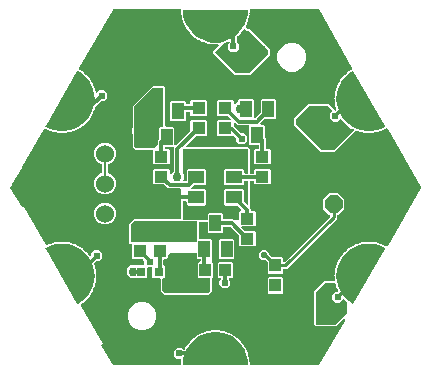
<source format=gbr>
G04 EAGLE Gerber RS-274X export*
G75*
%MOMM*%
%FSLAX34Y34*%
%LPD*%
%INTop Copper*%
%IPPOS*%
%AMOC8*
5,1,8,0,0,1.08239X$1,22.5*%
G01*
%ADD10C,1.000000*%
%ADD11R,1.378000X1.080000*%
%ADD12R,1.000000X1.400000*%
%ADD13R,1.100000X1.000000*%
%ADD14R,1.000000X1.100000*%
%ADD15R,0.800000X0.800000*%
%ADD16P,1.649562X8X22.500000*%
%ADD17C,1.524000*%
%ADD18C,0.750000*%
%ADD19C,0.304800*%
%ADD20C,0.604800*%
%ADD21C,0.554800*%
%ADD22C,0.254000*%
%ADD23C,0.203200*%

G36*
X-67572Y-1269D02*
X-67572Y-1269D01*
X-67544Y-1271D01*
X-67476Y-1249D01*
X-67405Y-1235D01*
X-67382Y-1219D01*
X-67366Y-1213D01*
X-29786Y-1213D01*
X-29766Y-1210D01*
X-29747Y-1212D01*
X-29645Y-1190D01*
X-29543Y-1174D01*
X-29526Y-1164D01*
X-29506Y-1160D01*
X-29417Y-1107D01*
X-29326Y-1059D01*
X-29312Y-1044D01*
X-29295Y-1034D01*
X-29228Y-955D01*
X-29156Y-880D01*
X-29148Y-862D01*
X-29135Y-847D01*
X-29096Y-751D01*
X-29053Y-657D01*
X-29051Y-637D01*
X-29043Y-619D01*
X-29025Y-452D01*
X-29025Y118D01*
X-29019Y125D01*
X-29001Y186D01*
X-28973Y242D01*
X-28956Y329D01*
X-28947Y360D01*
X-28947Y378D01*
X-28942Y407D01*
X-28786Y2486D01*
X-28789Y2521D01*
X-28784Y2555D01*
X-28800Y2643D01*
X-28808Y2731D01*
X-28821Y2763D01*
X-28828Y2797D01*
X-28862Y2869D01*
X-28787Y3196D01*
X-28781Y3301D01*
X-28769Y3405D01*
X-28773Y3423D01*
X-28772Y3441D01*
X-28799Y3542D01*
X-28822Y3645D01*
X-28831Y3661D01*
X-28836Y3679D01*
X-28894Y3766D01*
X-28948Y3856D01*
X-28962Y3868D01*
X-28972Y3884D01*
X-29055Y3948D01*
X-29135Y4016D01*
X-29152Y4023D01*
X-29167Y4034D01*
X-29265Y4069D01*
X-29363Y4108D01*
X-29386Y4111D01*
X-29399Y4115D01*
X-29430Y4116D01*
X-29530Y4127D01*
X-32522Y4127D01*
X-35187Y6791D01*
X-35187Y10559D01*
X-32522Y13224D01*
X-28754Y13224D01*
X-27477Y11947D01*
X-27403Y11894D01*
X-27333Y11834D01*
X-27303Y11822D01*
X-27277Y11803D01*
X-27190Y11777D01*
X-27105Y11742D01*
X-27064Y11738D01*
X-27042Y11731D01*
X-27010Y11732D01*
X-26938Y11724D01*
X-26712Y11724D01*
X-26711Y11724D01*
X-26585Y11745D01*
X-26470Y11764D01*
X-26469Y11764D01*
X-26468Y11764D01*
X-26354Y11825D01*
X-26252Y11879D01*
X-26251Y11880D01*
X-26166Y11970D01*
X-26083Y12057D01*
X-26083Y12058D01*
X-26082Y12059D01*
X-26004Y12207D01*
X-25901Y12470D01*
X-25844Y12514D01*
X-25770Y12562D01*
X-25748Y12590D01*
X-25721Y12611D01*
X-25621Y12746D01*
X-24520Y14653D01*
X-24508Y14685D01*
X-24489Y14714D01*
X-24465Y14800D01*
X-24433Y14883D01*
X-24432Y14918D01*
X-24423Y14951D01*
X-24423Y15031D01*
X-24022Y15534D01*
X-24006Y15563D01*
X-23958Y15628D01*
X-23637Y16182D01*
X-23575Y16218D01*
X-23494Y16254D01*
X-23468Y16278D01*
X-23438Y16295D01*
X-23320Y16414D01*
X-21947Y18135D01*
X-21940Y18149D01*
X-21937Y18151D01*
X-21933Y18161D01*
X-21930Y18166D01*
X-21907Y18191D01*
X-21870Y18272D01*
X-21827Y18350D01*
X-21820Y18384D01*
X-21806Y18416D01*
X-21794Y18494D01*
X-21323Y18932D01*
X-21302Y18958D01*
X-21245Y19015D01*
X-20846Y19516D01*
X-20779Y19542D01*
X-20693Y19566D01*
X-20665Y19585D01*
X-20632Y19598D01*
X-20498Y19697D01*
X-18883Y21195D01*
X-18862Y21222D01*
X-18835Y21244D01*
X-18787Y21319D01*
X-18733Y21389D01*
X-18721Y21422D01*
X-18702Y21451D01*
X-18679Y21527D01*
X-18147Y21890D01*
X-18123Y21912D01*
X-18058Y21961D01*
X-17589Y22396D01*
X-17519Y22412D01*
X-17431Y22423D01*
X-17399Y22438D01*
X-17366Y22445D01*
X-17217Y22524D01*
X-15398Y23764D01*
X-15373Y23788D01*
X-15343Y23806D01*
X-15284Y23872D01*
X-15220Y23934D01*
X-15204Y23964D01*
X-15181Y23990D01*
X-15147Y24062D01*
X-14567Y24341D01*
X-14540Y24360D01*
X-14468Y24398D01*
X-13939Y24759D01*
X-13867Y24764D01*
X-13778Y24761D01*
X-13745Y24772D01*
X-13711Y24774D01*
X-13553Y24830D01*
X-11569Y25785D01*
X-11540Y25805D01*
X-11508Y25818D01*
X-11440Y25875D01*
X-11367Y25926D01*
X-11347Y25954D01*
X-11320Y25976D01*
X-11276Y26042D01*
X-10661Y26232D01*
X-10631Y26247D01*
X-10555Y26273D01*
X-9978Y26551D01*
X-9906Y26545D01*
X-9819Y26530D01*
X-9784Y26535D01*
X-9750Y26532D01*
X-9585Y26564D01*
X-7481Y27213D01*
X-7450Y27228D01*
X-7416Y27236D01*
X-7340Y27282D01*
X-7261Y27322D01*
X-7236Y27347D01*
X-7207Y27365D01*
X-7153Y27423D01*
X-6516Y27519D01*
X-6485Y27529D01*
X-6405Y27544D01*
X-5793Y27733D01*
X-5724Y27717D01*
X-5639Y27688D01*
X-5605Y27688D01*
X-5571Y27680D01*
X-5403Y27687D01*
X-3226Y28015D01*
X-3193Y28026D01*
X-3158Y28028D01*
X-3077Y28063D01*
X-2992Y28090D01*
X-2964Y28111D01*
X-2932Y28125D01*
X-2870Y28174D01*
X-2227Y28174D01*
X-2194Y28180D01*
X-2113Y28183D01*
X-1480Y28278D01*
X-1413Y28251D01*
X-1334Y28211D01*
X-1300Y28206D01*
X-1268Y28193D01*
X-1101Y28174D01*
X1101Y28174D01*
X1135Y28180D01*
X1170Y28177D01*
X1256Y28200D01*
X1344Y28214D01*
X1374Y28230D01*
X1408Y28239D01*
X1477Y28279D01*
X2113Y28183D01*
X2146Y28183D01*
X2227Y28174D01*
X2867Y28174D01*
X2929Y28138D01*
X3001Y28086D01*
X3034Y28076D01*
X3064Y28058D01*
X3226Y28015D01*
X5403Y27687D01*
X5438Y27687D01*
X5472Y27680D01*
X5560Y27689D01*
X5649Y27690D01*
X5682Y27701D01*
X5717Y27705D01*
X5790Y27734D01*
X6405Y27544D01*
X6438Y27540D01*
X6516Y27519D01*
X7150Y27424D01*
X7205Y27378D01*
X7269Y27316D01*
X7300Y27301D01*
X7327Y27279D01*
X7481Y27213D01*
X9585Y26564D01*
X9619Y26559D01*
X9652Y26546D01*
X9741Y26542D01*
X9829Y26530D01*
X9863Y26536D01*
X9897Y26535D01*
X9975Y26553D01*
X10555Y26273D01*
X10586Y26264D01*
X10661Y26232D01*
X11272Y26043D01*
X11321Y25990D01*
X11374Y25919D01*
X11403Y25900D01*
X11426Y25874D01*
X11569Y25785D01*
X13553Y24830D01*
X13586Y24820D01*
X13616Y24803D01*
X13703Y24785D01*
X13788Y24760D01*
X13823Y24761D01*
X13857Y24755D01*
X13936Y24761D01*
X14468Y24398D01*
X14498Y24384D01*
X14567Y24341D01*
X15144Y24063D01*
X15183Y24004D01*
X15226Y23926D01*
X15251Y23902D01*
X15271Y23873D01*
X15398Y23764D01*
X17217Y22524D01*
X17249Y22509D01*
X17276Y22488D01*
X17360Y22457D01*
X17440Y22420D01*
X17475Y22416D01*
X17507Y22404D01*
X17587Y22398D01*
X18058Y21961D01*
X18086Y21942D01*
X18147Y21890D01*
X18676Y21529D01*
X18707Y21464D01*
X18737Y21381D01*
X18759Y21353D01*
X18774Y21322D01*
X18883Y21195D01*
X20498Y19697D01*
X20526Y19678D01*
X20550Y19653D01*
X20628Y19611D01*
X20703Y19561D01*
X20736Y19553D01*
X20766Y19536D01*
X20844Y19519D01*
X21245Y19015D01*
X21270Y18993D01*
X21323Y18932D01*
X21792Y18496D01*
X21813Y18428D01*
X21830Y18340D01*
X21848Y18310D01*
X21858Y18277D01*
X21947Y18135D01*
X23320Y16414D01*
X23345Y16391D01*
X23365Y16362D01*
X23437Y16308D01*
X23502Y16249D01*
X23534Y16235D01*
X23562Y16214D01*
X23636Y16185D01*
X23957Y15628D01*
X23978Y15602D01*
X24022Y15534D01*
X24421Y15033D01*
X24431Y14962D01*
X24435Y14873D01*
X24448Y14841D01*
X24453Y14807D01*
X24520Y14653D01*
X25621Y12746D01*
X25643Y12719D01*
X25658Y12688D01*
X25721Y12624D01*
X25777Y12556D01*
X25806Y12537D01*
X25831Y12513D01*
X25900Y12473D01*
X26135Y11874D01*
X26151Y11846D01*
X26184Y11771D01*
X26504Y11217D01*
X26504Y11145D01*
X26495Y11057D01*
X26502Y11023D01*
X26502Y10988D01*
X26546Y10826D01*
X27350Y8776D01*
X27368Y8747D01*
X27378Y8714D01*
X27430Y8642D01*
X27476Y8565D01*
X27502Y8542D01*
X27523Y8514D01*
X27585Y8465D01*
X27728Y7837D01*
X27740Y7807D01*
X27762Y7729D01*
X27995Y7133D01*
X27984Y7062D01*
X27962Y6976D01*
X27965Y6941D01*
X27959Y6907D01*
X27978Y6740D01*
X28468Y4593D01*
X28481Y4561D01*
X28487Y4527D01*
X28528Y4448D01*
X28561Y4366D01*
X28584Y4339D01*
X28600Y4309D01*
X28654Y4251D01*
X28702Y3609D01*
X28710Y3577D01*
X28719Y3496D01*
X28861Y2872D01*
X28840Y2803D01*
X28805Y2722D01*
X28803Y2687D01*
X28792Y2654D01*
X28786Y2486D01*
X28942Y407D01*
X28957Y346D01*
X28962Y283D01*
X28985Y227D01*
X29000Y168D01*
X29025Y128D01*
X29025Y-452D01*
X29028Y-472D01*
X29026Y-492D01*
X29048Y-593D01*
X29064Y-695D01*
X29074Y-712D01*
X29078Y-732D01*
X29131Y-821D01*
X29180Y-912D01*
X29194Y-926D01*
X29204Y-943D01*
X29283Y-1010D01*
X29358Y-1082D01*
X29376Y-1090D01*
X29391Y-1103D01*
X29487Y-1142D01*
X29581Y-1185D01*
X29601Y-1187D01*
X29619Y-1195D01*
X29786Y-1213D01*
X67369Y-1213D01*
X67384Y-1225D01*
X67412Y-1232D01*
X67436Y-1247D01*
X67536Y-1263D01*
X67577Y-1274D01*
X67587Y-1272D01*
X67600Y-1274D01*
X86600Y-1274D01*
X86676Y-1259D01*
X86754Y-1250D01*
X86773Y-1239D01*
X86795Y-1235D01*
X86826Y-1213D01*
X87436Y-1213D01*
X87504Y-1202D01*
X87572Y-1201D01*
X87624Y-1183D01*
X87679Y-1174D01*
X87739Y-1142D01*
X87804Y-1119D01*
X87848Y-1084D01*
X87896Y-1059D01*
X87943Y-1009D01*
X87997Y-967D01*
X88043Y-904D01*
X88066Y-880D01*
X88075Y-861D01*
X88096Y-831D01*
X109495Y36422D01*
X109504Y36444D01*
X109517Y36463D01*
X109547Y36559D01*
X109582Y36652D01*
X109583Y36675D01*
X109590Y36698D01*
X109587Y36798D01*
X109590Y36898D01*
X109584Y36920D01*
X109583Y36944D01*
X109549Y37038D01*
X109520Y37134D01*
X109507Y37153D01*
X109499Y37175D01*
X109436Y37253D01*
X109378Y37335D01*
X109360Y37348D01*
X109345Y37367D01*
X109261Y37421D01*
X109180Y37480D01*
X109158Y37487D01*
X109138Y37500D01*
X109041Y37524D01*
X108945Y37554D01*
X108922Y37554D01*
X108900Y37560D01*
X108800Y37552D01*
X108699Y37550D01*
X108678Y37542D01*
X108654Y37541D01*
X108562Y37501D01*
X108468Y37468D01*
X108449Y37453D01*
X108428Y37444D01*
X108297Y37339D01*
X103729Y32771D01*
X102389Y31432D01*
X84936Y31432D01*
X83819Y32548D01*
X83819Y61114D01*
X92873Y70168D01*
X100339Y70168D01*
X100386Y70176D01*
X100435Y70174D01*
X100507Y70196D01*
X100581Y70208D01*
X100624Y70231D01*
X100671Y70245D01*
X100732Y70288D01*
X100799Y70323D01*
X100832Y70358D01*
X100872Y70386D01*
X100916Y70447D01*
X100968Y70501D01*
X100989Y70545D01*
X101017Y70585D01*
X101040Y70656D01*
X101072Y70724D01*
X101077Y70773D01*
X101092Y70819D01*
X101096Y70946D01*
X101099Y70969D01*
X101097Y70976D01*
X101098Y70987D01*
X100935Y73150D01*
X100927Y73184D01*
X100927Y73219D01*
X100898Y73303D01*
X100877Y73389D01*
X100858Y73419D01*
X100847Y73451D01*
X100802Y73517D01*
X100850Y74159D01*
X100847Y74192D01*
X100850Y74273D01*
X100802Y74911D01*
X100834Y74976D01*
X100880Y75051D01*
X100888Y75085D01*
X100903Y75116D01*
X100934Y75281D01*
X101098Y77479D01*
X101095Y77514D01*
X101100Y77548D01*
X101084Y77636D01*
X101077Y77724D01*
X101063Y77756D01*
X101057Y77790D01*
X101022Y77862D01*
X101165Y78489D01*
X101167Y78522D01*
X101182Y78602D01*
X101230Y79240D01*
X101270Y79299D01*
X101328Y79367D01*
X101340Y79400D01*
X101360Y79428D01*
X101415Y79587D01*
X101905Y81736D01*
X101907Y81770D01*
X101917Y81803D01*
X101915Y81892D01*
X101920Y81981D01*
X101911Y82015D01*
X101910Y82049D01*
X101886Y82125D01*
X102121Y82724D01*
X102128Y82757D01*
X102155Y82833D01*
X102297Y83457D01*
X102346Y83509D01*
X102413Y83568D01*
X102430Y83598D01*
X102454Y83624D01*
X102532Y83772D01*
X103337Y85824D01*
X103344Y85858D01*
X103359Y85889D01*
X103370Y85978D01*
X103389Y86065D01*
X103385Y86099D01*
X103389Y86133D01*
X103377Y86212D01*
X103698Y86770D01*
X103710Y86800D01*
X103748Y86872D01*
X103982Y87468D01*
X104038Y87512D01*
X104113Y87561D01*
X104134Y87588D01*
X104162Y87609D01*
X104261Y87744D01*
X105362Y89654D01*
X105375Y89686D01*
X105394Y89715D01*
X105418Y89801D01*
X105449Y89884D01*
X105451Y89918D01*
X105460Y89952D01*
X105460Y90031D01*
X105861Y90535D01*
X105877Y90563D01*
X105925Y90629D01*
X106245Y91183D01*
X106307Y91219D01*
X106388Y91255D01*
X106414Y91279D01*
X106444Y91296D01*
X106562Y91415D01*
X107936Y93138D01*
X107953Y93169D01*
X107976Y93194D01*
X108013Y93276D01*
X108056Y93353D01*
X108063Y93387D01*
X108077Y93419D01*
X108088Y93497D01*
X108560Y93935D01*
X108580Y93961D01*
X108637Y94019D01*
X109037Y94519D01*
X109103Y94545D01*
X109189Y94569D01*
X109218Y94589D01*
X109250Y94601D01*
X109385Y94701D01*
X111000Y96201D01*
X111021Y96228D01*
X111048Y96250D01*
X111096Y96325D01*
X111151Y96395D01*
X111162Y96428D01*
X111181Y96457D01*
X111204Y96533D01*
X111736Y96896D01*
X111760Y96918D01*
X111825Y96967D01*
X112294Y97402D01*
X112364Y97418D01*
X112453Y97429D01*
X112484Y97444D01*
X112518Y97451D01*
X112666Y97530D01*
X114487Y98772D01*
X114512Y98796D01*
X114542Y98814D01*
X114600Y98880D01*
X114665Y98942D01*
X114681Y98972D01*
X114704Y98999D01*
X114738Y99070D01*
X115318Y99350D01*
X115345Y99368D01*
X115416Y99407D01*
X115945Y99767D01*
X116017Y99772D01*
X116106Y99770D01*
X116139Y99780D01*
X116174Y99783D01*
X116332Y99838D01*
X118317Y100795D01*
X118346Y100815D01*
X118378Y100828D01*
X118446Y100885D01*
X118519Y100936D01*
X118539Y100964D01*
X118566Y100987D01*
X118610Y101052D01*
X119225Y101242D01*
X119255Y101257D01*
X119331Y101284D01*
X119908Y101562D01*
X119980Y101556D01*
X120067Y101541D01*
X120101Y101546D01*
X120136Y101543D01*
X120301Y101574D01*
X122407Y102225D01*
X122438Y102240D01*
X122472Y102248D01*
X122548Y102295D01*
X122627Y102334D01*
X122651Y102359D01*
X122681Y102377D01*
X122735Y102435D01*
X123371Y102532D01*
X123403Y102542D01*
X123482Y102557D01*
X124094Y102746D01*
X124164Y102729D01*
X124248Y102701D01*
X124283Y102701D01*
X124317Y102693D01*
X124484Y102700D01*
X126664Y103029D01*
X126697Y103040D01*
X126731Y103042D01*
X126813Y103077D01*
X126898Y103104D01*
X126926Y103125D01*
X126958Y103139D01*
X127019Y103188D01*
X127663Y103188D01*
X127696Y103194D01*
X127777Y103197D01*
X128410Y103293D01*
X128476Y103266D01*
X128555Y103225D01*
X128590Y103220D01*
X128622Y103207D01*
X128789Y103189D01*
X130993Y103190D01*
X131027Y103195D01*
X131062Y103193D01*
X131148Y103215D01*
X131235Y103229D01*
X131266Y103246D01*
X131300Y103254D01*
X131368Y103294D01*
X132005Y103198D01*
X132038Y103199D01*
X132118Y103190D01*
X132759Y103190D01*
X132821Y103154D01*
X132893Y103102D01*
X132926Y103092D01*
X132956Y103074D01*
X133118Y103031D01*
X135298Y102703D01*
X135332Y102704D01*
X135366Y102696D01*
X135455Y102705D01*
X135543Y102706D01*
X135576Y102718D01*
X135611Y102721D01*
X135685Y102751D01*
X136300Y102561D01*
X136332Y102557D01*
X136410Y102536D01*
X137044Y102441D01*
X137100Y102395D01*
X137163Y102333D01*
X137194Y102318D01*
X137221Y102296D01*
X137375Y102230D01*
X139482Y101581D01*
X139501Y101578D01*
X139511Y101574D01*
X139525Y101572D01*
X139548Y101563D01*
X139637Y101559D01*
X139725Y101547D01*
X139759Y101554D01*
X139794Y101552D01*
X139871Y101570D01*
X140451Y101291D01*
X140483Y101281D01*
X140557Y101249D01*
X141169Y101061D01*
X141218Y101008D01*
X141271Y100937D01*
X141300Y100917D01*
X141323Y100892D01*
X141466Y100803D01*
X143346Y99898D01*
X143407Y99880D01*
X143464Y99853D01*
X143524Y99845D01*
X143582Y99828D01*
X143630Y99830D01*
X144322Y99431D01*
X144341Y99423D01*
X144372Y99404D01*
X144754Y99220D01*
X144865Y99188D01*
X144974Y99153D01*
X144982Y99153D01*
X144990Y99151D01*
X145106Y99155D01*
X145220Y99157D01*
X145228Y99160D01*
X145236Y99160D01*
X145344Y99201D01*
X145452Y99240D01*
X145458Y99245D01*
X145466Y99248D01*
X145555Y99321D01*
X145645Y99392D01*
X145651Y99400D01*
X145656Y99404D01*
X145668Y99422D01*
X145744Y99527D01*
X174053Y148809D01*
X174076Y148870D01*
X174108Y148928D01*
X174119Y148985D01*
X174139Y149039D01*
X174141Y149105D01*
X174154Y149169D01*
X174146Y149227D01*
X174148Y149285D01*
X174129Y149348D01*
X174120Y149413D01*
X174087Y149489D01*
X174077Y149520D01*
X174066Y149536D01*
X174053Y149567D01*
X145715Y198909D01*
X145642Y198998D01*
X145571Y199089D01*
X145564Y199093D01*
X145559Y199099D01*
X145462Y199161D01*
X145366Y199224D01*
X145358Y199226D01*
X145351Y199230D01*
X145240Y199258D01*
X145128Y199287D01*
X145120Y199287D01*
X145112Y199288D01*
X144997Y199279D01*
X144883Y199271D01*
X144874Y199268D01*
X144867Y199267D01*
X144847Y199258D01*
X144724Y199215D01*
X144372Y199046D01*
X144355Y199034D01*
X144322Y199019D01*
X143639Y198625D01*
X143629Y198626D01*
X143568Y198612D01*
X143505Y198608D01*
X143421Y198579D01*
X143389Y198571D01*
X143374Y198562D01*
X143346Y198552D01*
X141466Y197647D01*
X141437Y197627D01*
X141405Y197615D01*
X141337Y197557D01*
X141264Y197506D01*
X141244Y197478D01*
X141217Y197456D01*
X141172Y197390D01*
X140557Y197201D01*
X140528Y197186D01*
X140451Y197159D01*
X139874Y196882D01*
X139803Y196888D01*
X139715Y196903D01*
X139681Y196898D01*
X139647Y196901D01*
X139482Y196869D01*
X137375Y196220D01*
X137344Y196205D01*
X137310Y196197D01*
X137235Y196151D01*
X137155Y196111D01*
X137130Y196086D01*
X137101Y196068D01*
X137047Y196010D01*
X136411Y195914D01*
X136379Y195904D01*
X136300Y195889D01*
X135688Y195700D01*
X135618Y195717D01*
X135534Y195745D01*
X135499Y195745D01*
X135465Y195753D01*
X135298Y195747D01*
X133118Y195419D01*
X133085Y195408D01*
X133050Y195406D01*
X132968Y195371D01*
X132884Y195344D01*
X132856Y195323D01*
X132824Y195309D01*
X132762Y195260D01*
X132118Y195260D01*
X132086Y195255D01*
X132005Y195252D01*
X131372Y195156D01*
X131305Y195183D01*
X131226Y195224D01*
X131192Y195229D01*
X131159Y195242D01*
X130993Y195260D01*
X128789Y195261D01*
X128754Y195256D01*
X128720Y195258D01*
X128634Y195236D01*
X128546Y195222D01*
X128515Y195205D01*
X128482Y195197D01*
X128413Y195157D01*
X127777Y195253D01*
X127744Y195253D01*
X127663Y195262D01*
X127023Y195262D01*
X126961Y195298D01*
X126889Y195350D01*
X126856Y195360D01*
X126826Y195378D01*
X126664Y195421D01*
X124484Y195750D01*
X124449Y195750D01*
X124416Y195758D01*
X124327Y195748D01*
X124238Y195747D01*
X124206Y195736D01*
X124171Y195732D01*
X124097Y195703D01*
X123482Y195893D01*
X123450Y195898D01*
X123371Y195918D01*
X122738Y196014D01*
X122683Y196059D01*
X122619Y196121D01*
X122588Y196136D01*
X122561Y196158D01*
X122407Y196225D01*
X120301Y196876D01*
X120266Y196880D01*
X120234Y196893D01*
X120145Y196897D01*
X120057Y196909D01*
X120023Y196903D01*
X119988Y196904D01*
X119911Y196887D01*
X119526Y197072D01*
X119511Y197076D01*
X119498Y197085D01*
X119393Y197111D01*
X119290Y197142D01*
X119275Y197141D01*
X119260Y197145D01*
X119152Y197137D01*
X119044Y197132D01*
X119030Y197127D01*
X119015Y197126D01*
X118916Y197084D01*
X118814Y197045D01*
X118802Y197036D01*
X118788Y197029D01*
X118657Y196925D01*
X113448Y191715D01*
X113443Y191708D01*
X109920Y188185D01*
X109910Y188177D01*
X100802Y179069D01*
X89698Y179069D01*
X66357Y202411D01*
X66357Y207164D01*
X69309Y210116D01*
X69309Y210117D01*
X78586Y219393D01*
X87793Y219393D01*
X87883Y219408D01*
X87974Y219415D01*
X88004Y219428D01*
X88036Y219433D01*
X88117Y219476D01*
X88201Y219511D01*
X88233Y219537D01*
X88253Y219548D01*
X88276Y219571D01*
X88295Y219587D01*
X92684Y219587D01*
X92717Y219563D01*
X92787Y219504D01*
X92817Y219491D01*
X92843Y219473D01*
X92930Y219446D01*
X93015Y219412D01*
X93056Y219407D01*
X93078Y219400D01*
X93110Y219401D01*
X93182Y219393D01*
X96039Y219393D01*
X100967Y214466D01*
X100982Y214454D01*
X100994Y214440D01*
X101082Y214383D01*
X101167Y214322D01*
X101185Y214316D01*
X101201Y214306D01*
X101302Y214280D01*
X101402Y214250D01*
X101421Y214250D01*
X101439Y214245D01*
X101543Y214253D01*
X101648Y214256D01*
X101666Y214263D01*
X101685Y214264D01*
X101718Y214278D01*
X101720Y214278D01*
X101730Y214283D01*
X101780Y214305D01*
X101879Y214340D01*
X101894Y214352D01*
X101911Y214360D01*
X101936Y214380D01*
X101942Y214383D01*
X101955Y214395D01*
X102042Y214464D01*
X102049Y214471D01*
X102059Y214485D01*
X102071Y214494D01*
X102089Y214523D01*
X102120Y214553D01*
X102153Y214614D01*
X102193Y214671D01*
X102202Y214698D01*
X102204Y214701D01*
X102208Y214718D01*
X102209Y214723D01*
X102235Y214771D01*
X102246Y214839D01*
X102266Y214906D01*
X102265Y214960D01*
X102274Y215013D01*
X102261Y215122D01*
X102260Y215152D01*
X102257Y215162D01*
X102255Y215180D01*
X102155Y215617D01*
X102142Y215648D01*
X102121Y215726D01*
X101888Y216322D01*
X101899Y216393D01*
X101921Y216479D01*
X101918Y216513D01*
X101924Y216548D01*
X101905Y216714D01*
X101415Y218863D01*
X101402Y218895D01*
X101397Y218930D01*
X101356Y219009D01*
X101322Y219091D01*
X101300Y219118D01*
X101284Y219148D01*
X101230Y219206D01*
X101182Y219848D01*
X101174Y219880D01*
X101165Y219961D01*
X101023Y220585D01*
X101044Y220653D01*
X101079Y220735D01*
X101082Y220770D01*
X101092Y220803D01*
X101098Y220971D01*
X100934Y223169D01*
X100926Y223202D01*
X100926Y223237D01*
X100897Y223322D01*
X100876Y223408D01*
X100858Y223437D01*
X100847Y223470D01*
X100802Y223536D01*
X100850Y224177D01*
X100847Y224210D01*
X100850Y224291D01*
X100803Y224930D01*
X100834Y224994D01*
X100881Y225070D01*
X100889Y225104D01*
X100904Y225135D01*
X100935Y225300D01*
X101100Y227498D01*
X101097Y227532D01*
X101102Y227567D01*
X101087Y227654D01*
X101079Y227743D01*
X101065Y227775D01*
X101059Y227809D01*
X101024Y227880D01*
X101168Y228508D01*
X101170Y228541D01*
X101185Y228620D01*
X101233Y229259D01*
X101274Y229317D01*
X101331Y229386D01*
X101344Y229418D01*
X101363Y229446D01*
X101419Y229605D01*
X101910Y231754D01*
X101912Y231788D01*
X101922Y231821D01*
X101919Y231910D01*
X101925Y231999D01*
X101916Y232033D01*
X101915Y232067D01*
X101892Y232143D01*
X102127Y232742D01*
X102134Y232774D01*
X102160Y232851D01*
X102303Y233475D01*
X102352Y233527D01*
X102419Y233586D01*
X102436Y233616D01*
X102460Y233641D01*
X102538Y233790D01*
X103344Y235841D01*
X103352Y235875D01*
X103367Y235906D01*
X103377Y235995D01*
X103396Y236082D01*
X103392Y236116D01*
X103396Y236151D01*
X103385Y236229D01*
X103707Y236786D01*
X103718Y236817D01*
X103756Y236889D01*
X103990Y237485D01*
X104047Y237529D01*
X104121Y237577D01*
X104143Y237604D01*
X104170Y237626D01*
X104270Y237761D01*
X105372Y239669D01*
X105385Y239702D01*
X105404Y239731D01*
X105428Y239816D01*
X105459Y239899D01*
X105461Y239934D01*
X105470Y239968D01*
X105470Y240047D01*
X105871Y240550D01*
X105887Y240579D01*
X105935Y240644D01*
X106256Y241198D01*
X106318Y241234D01*
X106399Y241270D01*
X106425Y241294D01*
X106455Y241311D01*
X106573Y241430D01*
X107948Y243153D01*
X107965Y243183D01*
X107989Y243208D01*
X108025Y243289D01*
X108068Y243367D01*
X108075Y243401D01*
X108089Y243433D01*
X108101Y243511D01*
X108573Y243949D01*
X108593Y243975D01*
X108650Y244032D01*
X109050Y244533D01*
X109116Y244558D01*
X109202Y244582D01*
X109231Y244602D01*
X109263Y244614D01*
X109398Y244714D01*
X111014Y246213D01*
X111035Y246240D01*
X111063Y246262D01*
X111111Y246337D01*
X111165Y246407D01*
X111177Y246440D01*
X111195Y246469D01*
X111219Y246545D01*
X111751Y246907D01*
X111775Y246930D01*
X111840Y246978D01*
X112309Y247414D01*
X112379Y247429D01*
X112467Y247440D01*
X112499Y247455D01*
X112533Y247462D01*
X112681Y247541D01*
X114406Y248716D01*
X114451Y248760D01*
X114503Y248795D01*
X114540Y248844D01*
X114584Y248886D01*
X114606Y248928D01*
X115298Y249327D01*
X115314Y249340D01*
X115346Y249357D01*
X115766Y249643D01*
X115848Y249721D01*
X115933Y249798D01*
X115937Y249806D01*
X115944Y249813D01*
X115998Y249913D01*
X116053Y250012D01*
X116055Y250022D01*
X116059Y250030D01*
X116078Y250142D01*
X116099Y250254D01*
X116097Y250263D01*
X116099Y250273D01*
X116080Y250385D01*
X116065Y250498D01*
X116060Y250508D01*
X116059Y250516D01*
X116047Y250537D01*
X115998Y250651D01*
X87663Y299988D01*
X87619Y300041D01*
X87584Y300101D01*
X87542Y300136D01*
X87507Y300179D01*
X87449Y300215D01*
X87396Y300260D01*
X87346Y300281D01*
X87299Y300310D01*
X87232Y300326D01*
X87168Y300352D01*
X87092Y300360D01*
X87060Y300368D01*
X87039Y300366D01*
X87001Y300370D01*
X29815Y300286D01*
X29703Y300267D01*
X29590Y300251D01*
X29582Y300247D01*
X29572Y300246D01*
X29472Y300192D01*
X29370Y300141D01*
X29364Y300135D01*
X29355Y300130D01*
X29277Y300047D01*
X29197Y299967D01*
X29193Y299959D01*
X29186Y299952D01*
X29138Y299848D01*
X29088Y299746D01*
X29086Y299735D01*
X29083Y299728D01*
X29080Y299704D01*
X29057Y299581D01*
X29027Y299178D01*
X29029Y299157D01*
X29025Y299121D01*
X29025Y298332D01*
X29019Y298325D01*
X29001Y298264D01*
X28973Y298208D01*
X28956Y298121D01*
X28947Y298090D01*
X28947Y298072D01*
X28942Y298043D01*
X28786Y295964D01*
X28789Y295929D01*
X28784Y295895D01*
X28800Y295807D01*
X28807Y295719D01*
X28821Y295687D01*
X28828Y295653D01*
X28862Y295581D01*
X28719Y294954D01*
X28717Y294921D01*
X28702Y294841D01*
X28654Y294203D01*
X28613Y294144D01*
X28556Y294076D01*
X28543Y294043D01*
X28524Y294015D01*
X28468Y293857D01*
X27978Y291710D01*
X27976Y291675D01*
X27966Y291642D01*
X27969Y291553D01*
X27963Y291464D01*
X27972Y291431D01*
X27973Y291396D01*
X27997Y291320D01*
X27762Y290721D01*
X27755Y290689D01*
X27728Y290613D01*
X27586Y289988D01*
X27536Y289936D01*
X27470Y289877D01*
X27452Y289847D01*
X27428Y289822D01*
X27350Y289674D01*
X26546Y287624D01*
X26539Y287590D01*
X26524Y287559D01*
X26513Y287470D01*
X26494Y287383D01*
X26498Y287349D01*
X26494Y287315D01*
X26506Y287236D01*
X26184Y286679D01*
X26172Y286648D01*
X26135Y286576D01*
X25886Y285942D01*
X25869Y285931D01*
X25845Y285901D01*
X25814Y285876D01*
X25769Y285805D01*
X25716Y285739D01*
X25702Y285702D01*
X25682Y285669D01*
X25661Y285587D01*
X25632Y285507D01*
X25631Y285468D01*
X25621Y285431D01*
X25628Y285346D01*
X25626Y285261D01*
X25638Y285224D01*
X25641Y285186D01*
X25674Y285107D01*
X25699Y285027D01*
X25722Y284995D01*
X25737Y284959D01*
X25842Y284828D01*
X25941Y284729D01*
X27554Y283116D01*
X27628Y283063D01*
X27697Y283004D01*
X27727Y282992D01*
X27754Y282973D01*
X27841Y282946D01*
X27925Y282912D01*
X27966Y282907D01*
X27989Y282900D01*
X28021Y282901D01*
X28092Y282893D01*
X29364Y282893D01*
X41647Y270610D01*
X41655Y270605D01*
X45177Y267082D01*
X45185Y267072D01*
X46356Y265902D01*
X46356Y261148D01*
X29364Y244157D01*
X16673Y244157D01*
X-566Y261396D01*
X-1906Y262736D01*
X-1906Y264314D01*
X2755Y268975D01*
X2758Y268979D01*
X2762Y268982D01*
X2830Y269079D01*
X2898Y269174D01*
X2900Y269179D01*
X2903Y269184D01*
X2936Y269297D01*
X2971Y269410D01*
X2970Y269415D01*
X2972Y269420D01*
X2967Y269537D01*
X2964Y269655D01*
X2962Y269660D01*
X2962Y269665D01*
X2921Y269773D01*
X2880Y269886D01*
X2876Y269890D01*
X2875Y269895D01*
X2800Y269986D01*
X2726Y270078D01*
X2722Y270081D01*
X2718Y270085D01*
X2619Y270147D01*
X2519Y270211D01*
X2514Y270213D01*
X2510Y270215D01*
X2396Y270242D01*
X2281Y270272D01*
X2275Y270271D01*
X2270Y270272D01*
X2103Y270266D01*
X1480Y270172D01*
X1413Y270199D01*
X1334Y270239D01*
X1300Y270244D01*
X1268Y270257D01*
X1101Y270276D01*
X-1101Y270276D01*
X-1135Y270270D01*
X-1170Y270273D01*
X-1256Y270250D01*
X-1344Y270236D01*
X-1374Y270220D01*
X-1408Y270211D01*
X-1477Y270171D01*
X-2113Y270267D01*
X-2146Y270267D01*
X-2227Y270276D01*
X-2867Y270276D01*
X-2929Y270312D01*
X-3001Y270364D01*
X-3034Y270374D01*
X-3064Y270392D01*
X-3226Y270435D01*
X-5403Y270763D01*
X-5438Y270763D01*
X-5472Y270770D01*
X-5560Y270761D01*
X-5649Y270760D01*
X-5682Y270749D01*
X-5717Y270745D01*
X-5790Y270716D01*
X-6405Y270906D01*
X-6438Y270910D01*
X-6516Y270931D01*
X-7150Y271026D01*
X-7205Y271072D01*
X-7269Y271134D01*
X-7300Y271149D01*
X-7327Y271171D01*
X-7481Y271237D01*
X-9585Y271886D01*
X-9619Y271891D01*
X-9652Y271904D01*
X-9741Y271908D01*
X-9829Y271920D01*
X-9863Y271914D01*
X-9897Y271915D01*
X-9975Y271897D01*
X-10555Y272177D01*
X-10586Y272186D01*
X-10661Y272218D01*
X-11273Y272407D01*
X-11321Y272460D01*
X-11374Y272531D01*
X-11403Y272550D01*
X-11426Y272576D01*
X-11569Y272665D01*
X-13553Y273620D01*
X-13586Y273630D01*
X-13616Y273647D01*
X-13703Y273665D01*
X-13788Y273690D01*
X-13823Y273689D01*
X-13857Y273695D01*
X-13936Y273689D01*
X-14468Y274052D01*
X-14498Y274066D01*
X-14567Y274109D01*
X-15144Y274387D01*
X-15183Y274446D01*
X-15226Y274524D01*
X-15251Y274548D01*
X-15271Y274577D01*
X-15398Y274686D01*
X-17217Y275926D01*
X-17249Y275941D01*
X-17276Y275962D01*
X-17360Y275993D01*
X-17440Y276030D01*
X-17475Y276034D01*
X-17507Y276046D01*
X-17587Y276052D01*
X-18058Y276489D01*
X-18086Y276508D01*
X-18147Y276560D01*
X-18676Y276921D01*
X-18707Y276986D01*
X-18737Y277069D01*
X-18759Y277097D01*
X-18774Y277128D01*
X-18883Y277255D01*
X-20498Y278753D01*
X-20526Y278772D01*
X-20550Y278797D01*
X-20628Y278839D01*
X-20703Y278889D01*
X-20736Y278897D01*
X-20766Y278914D01*
X-20844Y278931D01*
X-21245Y279435D01*
X-21270Y279457D01*
X-21323Y279518D01*
X-21792Y279954D01*
X-21813Y280022D01*
X-21830Y280110D01*
X-21848Y280140D01*
X-21858Y280173D01*
X-21947Y280315D01*
X-23320Y282036D01*
X-23346Y282059D01*
X-23365Y282088D01*
X-23436Y282142D01*
X-23502Y282201D01*
X-23534Y282215D01*
X-23562Y282236D01*
X-23636Y282265D01*
X-23958Y282822D01*
X-23978Y282848D01*
X-24022Y282916D01*
X-24421Y283417D01*
X-24431Y283488D01*
X-24435Y283577D01*
X-24448Y283609D01*
X-24453Y283643D01*
X-24520Y283797D01*
X-25621Y285704D01*
X-25643Y285731D01*
X-25658Y285762D01*
X-25721Y285826D01*
X-25777Y285894D01*
X-25806Y285913D01*
X-25831Y285937D01*
X-25900Y285977D01*
X-26135Y286576D01*
X-26151Y286604D01*
X-26184Y286679D01*
X-26504Y287233D01*
X-26504Y287305D01*
X-26495Y287393D01*
X-26502Y287427D01*
X-26502Y287462D01*
X-26546Y287624D01*
X-27350Y289674D01*
X-27368Y289703D01*
X-27378Y289736D01*
X-27430Y289808D01*
X-27476Y289885D01*
X-27502Y289908D01*
X-27523Y289936D01*
X-27585Y289985D01*
X-27728Y290613D01*
X-27740Y290643D01*
X-27762Y290721D01*
X-27995Y291317D01*
X-27984Y291388D01*
X-27962Y291474D01*
X-27965Y291509D01*
X-27959Y291543D01*
X-27978Y291710D01*
X-28468Y293857D01*
X-28481Y293889D01*
X-28487Y293923D01*
X-28528Y294002D01*
X-28561Y294084D01*
X-28584Y294111D01*
X-28600Y294141D01*
X-28654Y294199D01*
X-28702Y294841D01*
X-28710Y294873D01*
X-28719Y294954D01*
X-28861Y295578D01*
X-28840Y295647D01*
X-28805Y295729D01*
X-28803Y295763D01*
X-28792Y295796D01*
X-28786Y295964D01*
X-28942Y298043D01*
X-28957Y298104D01*
X-28962Y298167D01*
X-28985Y298223D01*
X-29000Y298282D01*
X-29025Y298322D01*
X-29025Y299121D01*
X-29028Y299142D01*
X-29027Y299178D01*
X-29051Y299494D01*
X-29078Y299606D01*
X-29102Y299718D01*
X-29106Y299725D01*
X-29108Y299733D01*
X-29170Y299830D01*
X-29229Y299929D01*
X-29235Y299934D01*
X-29239Y299941D01*
X-29328Y300014D01*
X-29416Y300088D01*
X-29423Y300091D01*
X-29430Y300096D01*
X-29537Y300137D01*
X-29644Y300180D01*
X-29654Y300181D01*
X-29660Y300183D01*
X-29682Y300184D01*
X-29811Y300198D01*
X-86225Y300115D01*
X-86291Y300104D01*
X-86358Y300103D01*
X-86411Y300084D01*
X-86467Y300075D01*
X-86527Y300043D01*
X-86590Y300021D01*
X-86634Y299986D01*
X-86685Y299959D01*
X-86731Y299911D01*
X-86783Y299869D01*
X-86831Y299805D01*
X-86854Y299781D01*
X-86862Y299762D01*
X-86883Y299734D01*
X-115433Y250284D01*
X-115441Y250265D01*
X-115452Y250249D01*
X-115484Y250151D01*
X-115520Y250054D01*
X-115521Y250034D01*
X-115527Y250015D01*
X-115526Y249911D01*
X-115529Y249808D01*
X-115524Y249789D01*
X-115523Y249769D01*
X-115489Y249671D01*
X-115460Y249572D01*
X-115448Y249556D01*
X-115441Y249537D01*
X-115378Y249456D01*
X-115318Y249371D01*
X-115302Y249359D01*
X-115290Y249343D01*
X-115155Y249244D01*
X-114615Y248933D01*
X-114611Y248924D01*
X-114568Y248878D01*
X-114533Y248825D01*
X-114466Y248768D01*
X-114444Y248744D01*
X-114428Y248735D01*
X-114406Y248716D01*
X-112681Y247541D01*
X-112649Y247526D01*
X-112622Y247505D01*
X-112539Y247475D01*
X-112458Y247437D01*
X-112423Y247433D01*
X-112391Y247422D01*
X-112312Y247416D01*
X-111840Y246978D01*
X-111812Y246960D01*
X-111751Y246907D01*
X-111221Y246547D01*
X-111191Y246482D01*
X-111160Y246398D01*
X-111139Y246371D01*
X-111124Y246340D01*
X-111014Y246213D01*
X-109398Y244714D01*
X-109369Y244695D01*
X-109345Y244670D01*
X-109267Y244627D01*
X-109193Y244578D01*
X-109160Y244569D01*
X-109129Y244553D01*
X-109052Y244535D01*
X-108650Y244032D01*
X-108626Y244010D01*
X-108573Y243949D01*
X-108103Y243513D01*
X-108083Y243445D01*
X-108065Y243358D01*
X-108048Y243328D01*
X-108038Y243294D01*
X-107948Y243153D01*
X-106573Y241430D01*
X-106548Y241406D01*
X-106528Y241378D01*
X-106457Y241324D01*
X-106391Y241265D01*
X-106359Y241251D01*
X-106331Y241230D01*
X-106257Y241201D01*
X-105935Y240644D01*
X-105914Y240618D01*
X-105871Y240550D01*
X-105472Y240049D01*
X-105462Y239979D01*
X-105457Y239890D01*
X-105445Y239857D01*
X-105440Y239823D01*
X-105372Y239669D01*
X-104270Y237761D01*
X-104248Y237734D01*
X-104232Y237703D01*
X-104170Y237640D01*
X-104114Y237571D01*
X-104084Y237552D01*
X-104060Y237527D01*
X-103991Y237488D01*
X-103756Y236889D01*
X-103739Y236860D01*
X-103707Y236786D01*
X-103386Y236232D01*
X-103387Y236160D01*
X-103396Y236072D01*
X-103388Y236038D01*
X-103388Y236003D01*
X-103344Y235841D01*
X-102538Y233790D01*
X-102521Y233760D01*
X-102510Y233727D01*
X-102458Y233655D01*
X-102413Y233578D01*
X-102386Y233556D01*
X-102366Y233528D01*
X-102304Y233478D01*
X-102160Y232851D01*
X-102148Y232820D01*
X-102127Y232742D01*
X-101893Y232146D01*
X-101904Y232075D01*
X-101926Y231989D01*
X-101923Y231954D01*
X-101929Y231920D01*
X-101910Y231754D01*
X-101471Y229836D01*
X-101430Y229734D01*
X-101393Y229632D01*
X-101384Y229621D01*
X-101378Y229608D01*
X-101307Y229525D01*
X-101239Y229440D01*
X-101227Y229432D01*
X-101218Y229422D01*
X-101124Y229366D01*
X-101032Y229307D01*
X-101018Y229303D01*
X-101006Y229296D01*
X-100899Y229273D01*
X-100793Y229247D01*
X-100779Y229248D01*
X-100766Y229245D01*
X-100657Y229258D01*
X-100548Y229266D01*
X-100535Y229271D01*
X-100521Y229273D01*
X-100422Y229320D01*
X-100322Y229362D01*
X-100309Y229373D01*
X-100299Y229378D01*
X-100278Y229398D01*
X-100191Y229467D01*
X-98312Y231346D01*
X-94544Y231346D01*
X-91879Y228681D01*
X-91879Y224913D01*
X-94544Y222248D01*
X-96350Y222248D01*
X-96440Y222234D01*
X-96531Y222226D01*
X-96561Y222214D01*
X-96593Y222209D01*
X-96673Y222166D01*
X-96757Y222130D01*
X-96789Y222104D01*
X-96810Y222093D01*
X-96832Y222070D01*
X-96888Y222025D01*
X-101268Y217645D01*
X-101321Y217637D01*
X-101372Y217609D01*
X-101428Y217591D01*
X-101480Y217552D01*
X-101538Y217521D01*
X-101578Y217479D01*
X-101625Y217445D01*
X-101663Y217391D01*
X-101708Y217343D01*
X-101732Y217290D01*
X-101765Y217243D01*
X-101798Y217149D01*
X-101811Y217120D01*
X-101813Y217106D01*
X-101821Y217084D01*
X-101905Y216714D01*
X-101907Y216680D01*
X-101917Y216647D01*
X-101915Y216558D01*
X-101920Y216469D01*
X-101911Y216435D01*
X-101910Y216401D01*
X-101886Y216325D01*
X-102121Y215726D01*
X-102128Y215693D01*
X-102155Y215617D01*
X-102297Y214993D01*
X-102346Y214941D01*
X-102413Y214882D01*
X-102430Y214852D01*
X-102454Y214826D01*
X-102532Y214678D01*
X-103337Y212626D01*
X-103344Y212592D01*
X-103359Y212561D01*
X-103370Y212472D01*
X-103389Y212385D01*
X-103385Y212351D01*
X-103389Y212317D01*
X-103377Y212238D01*
X-103698Y211680D01*
X-103710Y211650D01*
X-103748Y211578D01*
X-103982Y210982D01*
X-104038Y210938D01*
X-104113Y210889D01*
X-104134Y210862D01*
X-104162Y210841D01*
X-104261Y210706D01*
X-105362Y208796D01*
X-105375Y208764D01*
X-105394Y208735D01*
X-105418Y208649D01*
X-105449Y208566D01*
X-105451Y208532D01*
X-105460Y208498D01*
X-105460Y208419D01*
X-105861Y207915D01*
X-105877Y207887D01*
X-105925Y207821D01*
X-106245Y207267D01*
X-106307Y207231D01*
X-106388Y207195D01*
X-106414Y207171D01*
X-106444Y207154D01*
X-106562Y207035D01*
X-107936Y205312D01*
X-107953Y205281D01*
X-107976Y205256D01*
X-108013Y205174D01*
X-108056Y205097D01*
X-108063Y205063D01*
X-108077Y205031D01*
X-108088Y204953D01*
X-108560Y204515D01*
X-108580Y204489D01*
X-108637Y204431D01*
X-109037Y203930D01*
X-109103Y203905D01*
X-109189Y203881D01*
X-109218Y203861D01*
X-109250Y203849D01*
X-109385Y203749D01*
X-111000Y202249D01*
X-111021Y202222D01*
X-111048Y202200D01*
X-111096Y202125D01*
X-111151Y202055D01*
X-111162Y202022D01*
X-111181Y201993D01*
X-111204Y201917D01*
X-111736Y201554D01*
X-111760Y201532D01*
X-111825Y201483D01*
X-112294Y201048D01*
X-112364Y201032D01*
X-112453Y201021D01*
X-112484Y201006D01*
X-112518Y200999D01*
X-112666Y200920D01*
X-114487Y199678D01*
X-114512Y199654D01*
X-114542Y199636D01*
X-114600Y199570D01*
X-114665Y199508D01*
X-114681Y199478D01*
X-114704Y199451D01*
X-114738Y199380D01*
X-115318Y199100D01*
X-115345Y199082D01*
X-115416Y199043D01*
X-115945Y198683D01*
X-116017Y198678D01*
X-116106Y198680D01*
X-116139Y198670D01*
X-116174Y198667D01*
X-116332Y198612D01*
X-118317Y197655D01*
X-118346Y197635D01*
X-118378Y197622D01*
X-118446Y197565D01*
X-118519Y197514D01*
X-118539Y197486D01*
X-118566Y197463D01*
X-118610Y197398D01*
X-119225Y197208D01*
X-119255Y197193D01*
X-119331Y197166D01*
X-119908Y196888D01*
X-119980Y196894D01*
X-120067Y196909D01*
X-120101Y196904D01*
X-120136Y196907D01*
X-120301Y196876D01*
X-122407Y196225D01*
X-122438Y196210D01*
X-122472Y196202D01*
X-122548Y196155D01*
X-122627Y196116D01*
X-122651Y196091D01*
X-122681Y196073D01*
X-122735Y196015D01*
X-123371Y195918D01*
X-123403Y195908D01*
X-123482Y195893D01*
X-124094Y195704D01*
X-124164Y195721D01*
X-124248Y195749D01*
X-124283Y195749D01*
X-124317Y195757D01*
X-124484Y195750D01*
X-126664Y195421D01*
X-126697Y195410D01*
X-126731Y195408D01*
X-126813Y195373D01*
X-126898Y195346D01*
X-126926Y195325D01*
X-126958Y195311D01*
X-127019Y195262D01*
X-127663Y195262D01*
X-127696Y195256D01*
X-127777Y195253D01*
X-128410Y195157D01*
X-128476Y195184D01*
X-128555Y195225D01*
X-128590Y195230D01*
X-128622Y195243D01*
X-128789Y195261D01*
X-130993Y195260D01*
X-131027Y195255D01*
X-131062Y195257D01*
X-131148Y195235D01*
X-131235Y195221D01*
X-131266Y195204D01*
X-131300Y195196D01*
X-131368Y195156D01*
X-132005Y195252D01*
X-132038Y195251D01*
X-132118Y195260D01*
X-132759Y195260D01*
X-132821Y195296D01*
X-132893Y195348D01*
X-132926Y195358D01*
X-132956Y195376D01*
X-133118Y195419D01*
X-135298Y195747D01*
X-135332Y195746D01*
X-135366Y195754D01*
X-135454Y195745D01*
X-135543Y195744D01*
X-135576Y195732D01*
X-135611Y195729D01*
X-135685Y195699D01*
X-136300Y195889D01*
X-136332Y195893D01*
X-136411Y195914D01*
X-137044Y196009D01*
X-137099Y196055D01*
X-137163Y196117D01*
X-137194Y196132D01*
X-137221Y196154D01*
X-137375Y196220D01*
X-139482Y196869D01*
X-139516Y196874D01*
X-139548Y196887D01*
X-139637Y196891D01*
X-139725Y196903D01*
X-139759Y196896D01*
X-139794Y196898D01*
X-139871Y196880D01*
X-140451Y197159D01*
X-140483Y197169D01*
X-140557Y197201D01*
X-141169Y197389D01*
X-141218Y197442D01*
X-141271Y197513D01*
X-141300Y197533D01*
X-141323Y197558D01*
X-141466Y197647D01*
X-143346Y198552D01*
X-143407Y198570D01*
X-143464Y198597D01*
X-143524Y198605D01*
X-143582Y198622D01*
X-143630Y198620D01*
X-144195Y198946D01*
X-144214Y198953D01*
X-144230Y198965D01*
X-144328Y198997D01*
X-144425Y199033D01*
X-144445Y199034D01*
X-144464Y199040D01*
X-144568Y199038D01*
X-144671Y199042D01*
X-144690Y199037D01*
X-144710Y199036D01*
X-144807Y199002D01*
X-144907Y198972D01*
X-144923Y198961D01*
X-144942Y198954D01*
X-145023Y198890D01*
X-145108Y198831D01*
X-145120Y198815D01*
X-145136Y198803D01*
X-145235Y198668D01*
X-164060Y166062D01*
X-164090Y166025D01*
X-164120Y165995D01*
X-164124Y165985D01*
X-164133Y165974D01*
X-171962Y152376D01*
X-172583Y151300D01*
X-172586Y151291D01*
X-173633Y149474D01*
X-173657Y149401D01*
X-173688Y149331D01*
X-173688Y149307D01*
X-173696Y149285D01*
X-173690Y149209D01*
X-173691Y149132D01*
X-173681Y149108D01*
X-173680Y149087D01*
X-173659Y149048D01*
X-173640Y148996D01*
X-173639Y148990D01*
X-173637Y148988D01*
X-173633Y148976D01*
X-164133Y132476D01*
X-164114Y132454D01*
X-164101Y132428D01*
X-164048Y132380D01*
X-164001Y132327D01*
X-163975Y132314D01*
X-163954Y132295D01*
X-163886Y132272D01*
X-163822Y132241D01*
X-163793Y132240D01*
X-163766Y132230D01*
X-163694Y132235D01*
X-163623Y132232D01*
X-163596Y132242D01*
X-163567Y132244D01*
X-163477Y132286D01*
X-163437Y132301D01*
X-163429Y132308D01*
X-163416Y132314D01*
X-162447Y132983D01*
X-143698Y100510D01*
X-143626Y100422D01*
X-143556Y100331D01*
X-143548Y100326D01*
X-143542Y100320D01*
X-143446Y100259D01*
X-143350Y100196D01*
X-143342Y100194D01*
X-143334Y100189D01*
X-143223Y100162D01*
X-143113Y100133D01*
X-143104Y100133D01*
X-143095Y100131D01*
X-142981Y100141D01*
X-142867Y100149D01*
X-142857Y100152D01*
X-142850Y100153D01*
X-142828Y100162D01*
X-142709Y100205D01*
X-141466Y100803D01*
X-141437Y100823D01*
X-141405Y100835D01*
X-141337Y100893D01*
X-141264Y100944D01*
X-141244Y100972D01*
X-141217Y100994D01*
X-141172Y101060D01*
X-140557Y101249D01*
X-140528Y101264D01*
X-140451Y101291D01*
X-139874Y101568D01*
X-139803Y101562D01*
X-139715Y101547D01*
X-139681Y101552D01*
X-139647Y101549D01*
X-139482Y101581D01*
X-137375Y102230D01*
X-137344Y102245D01*
X-137310Y102253D01*
X-137235Y102299D01*
X-137155Y102339D01*
X-137130Y102364D01*
X-137101Y102382D01*
X-137047Y102440D01*
X-136411Y102536D01*
X-136379Y102546D01*
X-136300Y102561D01*
X-135688Y102750D01*
X-135618Y102733D01*
X-135534Y102705D01*
X-135499Y102705D01*
X-135465Y102697D01*
X-135298Y102703D01*
X-133118Y103031D01*
X-133085Y103042D01*
X-133050Y103044D01*
X-132968Y103079D01*
X-132884Y103106D01*
X-132856Y103127D01*
X-132824Y103141D01*
X-132762Y103190D01*
X-132118Y103190D01*
X-132086Y103195D01*
X-132005Y103198D01*
X-131372Y103294D01*
X-131305Y103267D01*
X-131226Y103226D01*
X-131192Y103221D01*
X-131159Y103208D01*
X-130993Y103190D01*
X-128789Y103189D01*
X-128754Y103194D01*
X-128720Y103192D01*
X-128634Y103214D01*
X-128546Y103228D01*
X-128515Y103245D01*
X-128482Y103253D01*
X-128413Y103293D01*
X-127777Y103197D01*
X-127744Y103197D01*
X-127663Y103188D01*
X-127023Y103188D01*
X-126961Y103152D01*
X-126889Y103100D01*
X-126856Y103090D01*
X-126826Y103072D01*
X-126664Y103029D01*
X-124484Y102700D01*
X-124449Y102700D01*
X-124416Y102692D01*
X-124327Y102702D01*
X-124238Y102703D01*
X-124206Y102714D01*
X-124171Y102718D01*
X-124097Y102747D01*
X-123482Y102557D01*
X-123450Y102552D01*
X-123371Y102532D01*
X-122738Y102436D01*
X-122683Y102391D01*
X-122619Y102329D01*
X-122588Y102314D01*
X-122561Y102292D01*
X-122407Y102225D01*
X-120301Y101574D01*
X-120266Y101570D01*
X-120234Y101557D01*
X-120145Y101553D01*
X-120057Y101541D01*
X-120023Y101547D01*
X-119988Y101546D01*
X-119911Y101563D01*
X-119331Y101284D01*
X-119300Y101275D01*
X-119225Y101242D01*
X-118613Y101053D01*
X-118565Y101000D01*
X-118511Y100929D01*
X-118483Y100910D01*
X-118459Y100884D01*
X-118317Y100795D01*
X-116332Y99838D01*
X-116299Y99828D01*
X-116268Y99811D01*
X-116181Y99794D01*
X-116096Y99769D01*
X-116061Y99770D01*
X-116027Y99763D01*
X-115948Y99769D01*
X-115416Y99407D01*
X-115393Y99396D01*
X-115377Y99382D01*
X-115356Y99374D01*
X-115318Y99350D01*
X-114741Y99072D01*
X-114701Y99012D01*
X-114659Y98934D01*
X-114633Y98910D01*
X-114614Y98881D01*
X-114487Y98772D01*
X-112666Y97530D01*
X-112634Y97515D01*
X-112607Y97494D01*
X-112524Y97464D01*
X-112443Y97426D01*
X-112408Y97422D01*
X-112376Y97410D01*
X-112297Y97405D01*
X-111825Y96967D01*
X-111798Y96948D01*
X-111736Y96896D01*
X-111207Y96535D01*
X-111177Y96470D01*
X-111146Y96386D01*
X-111125Y96359D01*
X-111110Y96328D01*
X-111000Y96201D01*
X-109385Y94701D01*
X-109356Y94682D01*
X-109332Y94657D01*
X-109254Y94614D01*
X-109180Y94565D01*
X-109147Y94556D01*
X-109116Y94540D01*
X-109039Y94522D01*
X-108637Y94019D01*
X-108613Y93996D01*
X-108560Y93935D01*
X-108091Y93500D01*
X-108070Y93431D01*
X-108053Y93344D01*
X-108035Y93314D01*
X-108025Y93280D01*
X-107936Y93138D01*
X-106562Y91415D01*
X-106537Y91392D01*
X-106517Y91363D01*
X-106446Y91309D01*
X-106380Y91250D01*
X-106348Y91236D01*
X-106320Y91215D01*
X-106164Y91154D01*
X-105950Y91097D01*
X-105942Y91093D01*
X-105870Y91085D01*
X-105801Y91067D01*
X-105749Y91071D01*
X-105697Y91066D01*
X-105627Y91081D01*
X-105556Y91086D01*
X-105508Y91107D01*
X-105457Y91118D01*
X-105395Y91155D01*
X-105330Y91182D01*
X-105291Y91217D01*
X-105246Y91244D01*
X-105199Y91298D01*
X-105146Y91346D01*
X-105120Y91391D01*
X-105086Y91431D01*
X-105059Y91497D01*
X-105024Y91559D01*
X-105013Y91611D01*
X-104994Y91659D01*
X-104981Y91773D01*
X-104976Y91801D01*
X-104977Y91811D01*
X-104975Y91826D01*
X-104975Y93372D01*
X-102311Y96036D01*
X-98542Y96036D01*
X-95878Y93372D01*
X-95878Y89603D01*
X-98542Y86939D01*
X-100348Y86939D01*
X-100439Y86924D01*
X-100529Y86917D01*
X-100559Y86904D01*
X-100591Y86899D01*
X-100672Y86856D01*
X-100756Y86821D01*
X-100788Y86795D01*
X-100809Y86784D01*
X-100831Y86761D01*
X-100887Y86716D01*
X-102546Y85057D01*
X-102610Y84968D01*
X-102677Y84881D01*
X-102681Y84868D01*
X-102689Y84857D01*
X-102721Y84752D01*
X-102757Y84649D01*
X-102758Y84635D01*
X-102762Y84622D01*
X-102759Y84512D01*
X-102760Y84403D01*
X-102755Y84387D01*
X-102755Y84376D01*
X-102745Y84349D01*
X-102716Y84241D01*
X-102532Y83772D01*
X-102515Y83742D01*
X-102504Y83709D01*
X-102452Y83637D01*
X-102407Y83561D01*
X-102380Y83538D01*
X-102360Y83510D01*
X-102298Y83461D01*
X-102155Y82833D01*
X-102143Y82802D01*
X-102121Y82724D01*
X-101888Y82128D01*
X-101899Y82057D01*
X-101921Y81971D01*
X-101918Y81937D01*
X-101924Y81902D01*
X-101905Y81736D01*
X-101415Y79587D01*
X-101402Y79554D01*
X-101397Y79520D01*
X-101356Y79441D01*
X-101322Y79359D01*
X-101300Y79332D01*
X-101284Y79302D01*
X-101230Y79244D01*
X-101182Y78602D01*
X-101174Y78570D01*
X-101165Y78489D01*
X-101023Y77865D01*
X-101044Y77797D01*
X-101079Y77715D01*
X-101082Y77680D01*
X-101092Y77647D01*
X-101098Y77479D01*
X-100934Y75281D01*
X-100926Y75248D01*
X-100926Y75213D01*
X-100897Y75128D01*
X-100876Y75042D01*
X-100858Y75013D01*
X-100847Y74980D01*
X-100802Y74914D01*
X-100850Y74273D01*
X-100847Y74240D01*
X-100850Y74159D01*
X-100803Y73520D01*
X-100834Y73456D01*
X-100881Y73380D01*
X-100889Y73346D01*
X-100904Y73315D01*
X-100935Y73150D01*
X-101100Y70952D01*
X-101097Y70918D01*
X-101102Y70883D01*
X-101087Y70796D01*
X-101079Y70707D01*
X-101065Y70675D01*
X-101059Y70641D01*
X-101024Y70570D01*
X-101168Y69942D01*
X-101170Y69909D01*
X-101185Y69830D01*
X-101233Y69191D01*
X-101274Y69133D01*
X-101331Y69064D01*
X-101344Y69032D01*
X-101363Y69004D01*
X-101419Y68845D01*
X-101910Y66696D01*
X-101912Y66662D01*
X-101922Y66629D01*
X-101920Y66548D01*
X-101925Y66498D01*
X-101923Y66487D01*
X-101925Y66451D01*
X-101916Y66417D01*
X-101915Y66383D01*
X-101892Y66307D01*
X-102127Y65708D01*
X-102134Y65676D01*
X-102160Y65599D01*
X-102303Y64975D01*
X-102352Y64923D01*
X-102419Y64864D01*
X-102436Y64834D01*
X-102460Y64809D01*
X-102538Y64660D01*
X-103344Y62609D01*
X-103352Y62575D01*
X-103367Y62544D01*
X-103377Y62455D01*
X-103396Y62368D01*
X-103392Y62334D01*
X-103396Y62299D01*
X-103385Y62221D01*
X-103707Y61664D01*
X-103718Y61633D01*
X-103756Y61561D01*
X-103990Y60965D01*
X-104047Y60921D01*
X-104121Y60873D01*
X-104143Y60846D01*
X-104170Y60824D01*
X-104270Y60689D01*
X-105372Y58781D01*
X-105385Y58748D01*
X-105404Y58719D01*
X-105428Y58634D01*
X-105459Y58551D01*
X-105461Y58516D01*
X-105470Y58482D01*
X-105470Y58403D01*
X-105871Y57900D01*
X-105887Y57871D01*
X-105912Y57838D01*
X-105919Y57831D01*
X-105921Y57825D01*
X-105935Y57806D01*
X-106256Y57252D01*
X-106318Y57216D01*
X-106399Y57180D01*
X-106425Y57156D01*
X-106455Y57139D01*
X-106573Y57020D01*
X-107948Y55297D01*
X-107965Y55267D01*
X-107989Y55242D01*
X-108025Y55161D01*
X-108068Y55083D01*
X-108075Y55049D01*
X-108089Y55017D01*
X-108101Y54939D01*
X-108573Y54501D01*
X-108593Y54475D01*
X-108650Y54418D01*
X-109050Y53917D01*
X-109116Y53892D01*
X-109202Y53868D01*
X-109231Y53848D01*
X-109263Y53836D01*
X-109398Y53736D01*
X-111014Y52237D01*
X-111035Y52210D01*
X-111063Y52188D01*
X-111111Y52113D01*
X-111165Y52043D01*
X-111177Y52010D01*
X-111195Y51981D01*
X-111219Y51905D01*
X-111751Y51543D01*
X-111775Y51520D01*
X-111840Y51472D01*
X-112309Y51036D01*
X-112379Y51021D01*
X-112468Y51010D01*
X-112499Y50995D01*
X-112533Y50988D01*
X-112681Y50909D01*
X-113805Y50143D01*
X-113888Y50064D01*
X-113972Y49987D01*
X-113977Y49980D01*
X-113983Y49974D01*
X-114036Y49873D01*
X-114092Y49772D01*
X-114094Y49764D01*
X-114098Y49756D01*
X-114116Y49643D01*
X-114137Y49531D01*
X-114136Y49522D01*
X-114137Y49513D01*
X-114119Y49400D01*
X-114103Y49287D01*
X-114099Y49278D01*
X-114097Y49271D01*
X-114087Y49250D01*
X-114035Y49133D01*
X-95287Y16662D01*
X-96314Y16176D01*
X-96336Y16159D01*
X-96363Y16149D01*
X-96415Y16100D01*
X-96473Y16057D01*
X-96487Y16032D01*
X-96508Y16013D01*
X-96537Y15947D01*
X-96573Y15885D01*
X-96576Y15857D01*
X-96588Y15831D01*
X-96589Y15759D01*
X-96598Y15688D01*
X-96590Y15661D01*
X-96591Y15632D01*
X-96555Y15537D01*
X-96544Y15497D01*
X-96537Y15488D01*
X-96533Y15476D01*
X-87033Y-1024D01*
X-86981Y-1082D01*
X-86935Y-1145D01*
X-86916Y-1156D01*
X-86901Y-1173D01*
X-86831Y-1207D01*
X-86764Y-1247D01*
X-86740Y-1251D01*
X-86722Y-1259D01*
X-86677Y-1261D01*
X-86600Y-1274D01*
X-67600Y-1274D01*
X-67572Y-1269D01*
G37*
%LPC*%
G36*
X-43652Y58419D02*
X-43652Y58419D01*
X-46356Y61123D01*
X-46356Y71502D01*
X-46359Y71521D01*
X-46357Y71541D01*
X-46379Y71642D01*
X-46395Y71744D01*
X-46405Y71762D01*
X-46409Y71781D01*
X-46462Y71870D01*
X-46511Y71962D01*
X-46525Y71975D01*
X-46535Y71992D01*
X-46614Y72060D01*
X-46689Y72131D01*
X-46707Y72139D01*
X-46722Y72152D01*
X-46818Y72191D01*
X-46912Y72235D01*
X-46932Y72237D01*
X-46950Y72244D01*
X-47117Y72263D01*
X-52694Y72263D01*
X-53587Y73156D01*
X-53587Y80695D01*
X-53590Y80715D01*
X-53588Y80734D01*
X-53610Y80836D01*
X-53627Y80938D01*
X-53636Y80955D01*
X-53641Y80975D01*
X-53694Y81064D01*
X-53742Y81155D01*
X-53756Y81169D01*
X-53767Y81186D01*
X-53845Y81253D01*
X-53920Y81325D01*
X-53938Y81333D01*
X-53954Y81346D01*
X-54050Y81385D01*
X-54143Y81428D01*
X-54163Y81430D01*
X-54182Y81438D01*
X-54348Y81456D01*
X-56777Y81456D01*
X-56796Y81453D01*
X-56816Y81455D01*
X-56917Y81433D01*
X-57019Y81417D01*
X-57037Y81407D01*
X-57056Y81403D01*
X-57145Y81350D01*
X-57237Y81301D01*
X-57250Y81287D01*
X-57267Y81277D01*
X-57335Y81198D01*
X-57406Y81123D01*
X-57414Y81105D01*
X-57427Y81090D01*
X-57466Y80994D01*
X-57510Y80900D01*
X-57512Y80880D01*
X-57519Y80862D01*
X-57538Y80695D01*
X-57538Y73156D01*
X-58431Y72263D01*
X-67694Y72263D01*
X-67721Y72290D01*
X-67795Y72343D01*
X-67865Y72402D01*
X-67895Y72415D01*
X-67921Y72433D01*
X-68008Y72460D01*
X-68093Y72494D01*
X-68134Y72499D01*
X-68156Y72506D01*
X-68188Y72505D01*
X-68259Y72513D01*
X-72035Y72513D01*
X-75125Y75603D01*
X-75125Y79972D01*
X-72035Y83062D01*
X-68259Y83062D01*
X-68169Y83077D01*
X-68078Y83084D01*
X-68049Y83097D01*
X-68017Y83102D01*
X-67936Y83145D01*
X-67852Y83180D01*
X-67820Y83206D01*
X-67799Y83217D01*
X-67777Y83240D01*
X-67721Y83285D01*
X-67694Y83312D01*
X-60872Y83312D01*
X-60853Y83315D01*
X-60833Y83313D01*
X-60732Y83335D01*
X-60630Y83352D01*
X-60612Y83361D01*
X-60593Y83366D01*
X-60504Y83419D01*
X-60412Y83467D01*
X-60399Y83481D01*
X-60382Y83492D01*
X-60314Y83570D01*
X-60243Y83645D01*
X-60235Y83663D01*
X-60222Y83679D01*
X-60183Y83775D01*
X-60139Y83868D01*
X-60137Y83888D01*
X-60130Y83907D01*
X-60111Y84073D01*
X-60111Y86672D01*
X-60126Y86762D01*
X-60133Y86853D01*
X-60146Y86883D01*
X-60151Y86915D01*
X-60194Y86995D01*
X-60229Y87079D01*
X-60255Y87111D01*
X-60266Y87132D01*
X-60289Y87154D01*
X-60334Y87210D01*
X-61126Y88002D01*
X-61200Y88055D01*
X-61270Y88115D01*
X-61300Y88127D01*
X-61326Y88146D01*
X-61413Y88173D01*
X-61498Y88207D01*
X-61539Y88211D01*
X-61561Y88218D01*
X-61593Y88217D01*
X-61665Y88225D01*
X-69694Y88225D01*
X-70587Y89118D01*
X-70587Y100521D01*
X-70590Y100540D01*
X-70588Y100560D01*
X-70610Y100661D01*
X-70627Y100763D01*
X-70636Y100781D01*
X-70641Y100800D01*
X-70694Y100889D01*
X-70742Y100981D01*
X-70756Y100994D01*
X-70767Y101011D01*
X-70845Y101079D01*
X-70920Y101150D01*
X-70938Y101158D01*
X-70954Y101171D01*
X-71050Y101210D01*
X-71143Y101254D01*
X-71163Y101256D01*
X-71182Y101263D01*
X-71348Y101282D01*
X-72227Y101282D01*
X-73343Y102398D01*
X-73343Y118264D01*
X-69052Y122556D01*
X-30035Y122556D01*
X-30016Y122559D01*
X-29996Y122557D01*
X-29895Y122579D01*
X-29793Y122595D01*
X-29775Y122605D01*
X-29756Y122609D01*
X-29667Y122662D01*
X-29575Y122711D01*
X-29562Y122725D01*
X-29545Y122735D01*
X-29477Y122814D01*
X-29406Y122889D01*
X-29398Y122907D01*
X-29385Y122922D01*
X-29346Y123018D01*
X-29302Y123112D01*
X-29300Y123132D01*
X-29293Y123150D01*
X-29274Y123317D01*
X-29274Y147565D01*
X-29277Y147585D01*
X-29275Y147604D01*
X-29297Y147706D01*
X-29314Y147808D01*
X-29323Y147825D01*
X-29328Y147845D01*
X-29381Y147934D01*
X-29429Y148025D01*
X-29443Y148039D01*
X-29454Y148056D01*
X-29532Y148123D01*
X-29607Y148195D01*
X-29625Y148203D01*
X-29641Y148216D01*
X-29737Y148255D01*
X-29830Y148298D01*
X-29850Y148300D01*
X-29869Y148308D01*
X-30035Y148326D01*
X-40141Y148326D01*
X-43255Y151440D01*
X-43329Y151493D01*
X-43398Y151552D01*
X-43428Y151565D01*
X-43455Y151583D01*
X-43542Y151610D01*
X-43626Y151644D01*
X-43667Y151649D01*
X-43690Y151656D01*
X-43722Y151655D01*
X-43793Y151663D01*
X-51823Y151663D01*
X-52716Y152556D01*
X-52716Y163819D01*
X-51823Y164712D01*
X-39559Y164712D01*
X-38666Y163819D01*
X-38666Y161131D01*
X-38655Y161060D01*
X-38653Y160989D01*
X-38635Y160940D01*
X-38627Y160888D01*
X-38593Y160825D01*
X-38568Y160758D01*
X-38536Y160717D01*
X-38511Y160671D01*
X-38459Y160622D01*
X-38415Y160566D01*
X-38371Y160537D01*
X-38333Y160502D01*
X-38268Y160471D01*
X-38208Y160433D01*
X-38157Y160420D01*
X-38110Y160398D01*
X-38039Y160390D01*
X-37969Y160373D01*
X-37917Y160377D01*
X-37866Y160371D01*
X-37795Y160386D01*
X-37724Y160392D01*
X-37676Y160412D01*
X-37625Y160423D01*
X-37564Y160460D01*
X-37498Y160488D01*
X-37442Y160533D01*
X-37414Y160549D01*
X-37399Y160567D01*
X-37367Y160593D01*
X-35530Y162429D01*
X-35477Y162503D01*
X-35418Y162573D01*
X-35405Y162603D01*
X-35387Y162629D01*
X-35360Y162716D01*
X-35326Y162801D01*
X-35321Y162842D01*
X-35314Y162864D01*
X-35315Y162896D01*
X-35307Y162968D01*
X-35307Y182914D01*
X-35310Y182934D01*
X-35308Y182953D01*
X-35330Y183055D01*
X-35347Y183157D01*
X-35356Y183174D01*
X-35360Y183194D01*
X-35414Y183283D01*
X-35462Y183374D01*
X-35476Y183388D01*
X-35487Y183405D01*
X-35565Y183472D01*
X-35640Y183544D01*
X-35658Y183552D01*
X-35674Y183565D01*
X-35770Y183604D01*
X-35863Y183647D01*
X-35883Y183649D01*
X-35902Y183657D01*
X-36068Y183675D01*
X-41881Y183675D01*
X-41901Y183672D01*
X-41920Y183674D01*
X-42022Y183652D01*
X-42124Y183636D01*
X-42141Y183626D01*
X-42161Y183622D01*
X-42250Y183569D01*
X-42341Y183520D01*
X-42355Y183506D01*
X-42372Y183496D01*
X-42439Y183417D01*
X-42511Y183342D01*
X-42519Y183324D01*
X-42532Y183309D01*
X-42571Y183213D01*
X-42614Y183119D01*
X-42616Y183099D01*
X-42624Y183081D01*
X-42642Y182914D01*
X-42642Y182473D01*
X-42639Y182454D01*
X-42641Y182434D01*
X-42619Y182333D01*
X-42603Y182231D01*
X-42593Y182213D01*
X-42589Y182194D01*
X-42536Y182105D01*
X-42487Y182013D01*
X-42473Y182000D01*
X-42463Y181983D01*
X-42384Y181915D01*
X-42309Y181844D01*
X-42291Y181836D01*
X-42276Y181823D01*
X-42180Y181784D01*
X-42086Y181740D01*
X-42066Y181738D01*
X-42048Y181731D01*
X-41881Y181712D01*
X-39559Y181712D01*
X-38666Y180819D01*
X-38666Y169556D01*
X-39559Y168663D01*
X-51823Y168663D01*
X-52716Y169556D01*
X-52716Y179896D01*
X-52719Y179915D01*
X-52717Y179935D01*
X-52739Y180036D01*
X-52755Y180138D01*
X-52765Y180156D01*
X-52769Y180175D01*
X-52822Y180264D01*
X-52871Y180356D01*
X-52885Y180369D01*
X-52895Y180386D01*
X-52974Y180454D01*
X-53049Y180525D01*
X-53067Y180533D01*
X-53082Y180546D01*
X-53178Y180585D01*
X-53272Y180629D01*
X-53292Y180631D01*
X-53310Y180638D01*
X-53477Y180657D01*
X-67464Y180657D01*
X-70168Y183361D01*
X-70168Y194156D01*
X-70183Y194246D01*
X-70190Y194337D01*
X-70203Y194367D01*
X-70208Y194399D01*
X-70251Y194479D01*
X-70286Y194563D01*
X-70312Y194595D01*
X-70323Y194616D01*
X-70346Y194638D01*
X-70362Y194658D01*
X-70362Y199046D01*
X-70338Y199080D01*
X-70279Y199149D01*
X-70266Y199179D01*
X-70248Y199206D01*
X-70221Y199293D01*
X-70187Y199377D01*
X-70182Y199418D01*
X-70175Y199441D01*
X-70176Y199473D01*
X-70168Y199544D01*
X-70168Y218277D01*
X-53177Y235268D01*
X-43661Y235268D01*
X-42544Y234152D01*
X-42544Y201486D01*
X-42541Y201466D01*
X-42543Y201447D01*
X-42521Y201345D01*
X-42505Y201243D01*
X-42495Y201226D01*
X-42491Y201206D01*
X-42438Y201117D01*
X-42389Y201026D01*
X-42375Y201012D01*
X-42365Y200995D01*
X-42286Y200928D01*
X-42211Y200856D01*
X-42193Y200848D01*
X-42178Y200835D01*
X-42082Y200796D01*
X-41988Y200753D01*
X-41968Y200751D01*
X-41950Y200743D01*
X-41783Y200725D01*
X-35643Y200725D01*
X-34750Y199832D01*
X-34750Y185146D01*
X-34739Y185076D01*
X-34737Y185004D01*
X-34719Y184955D01*
X-34711Y184904D01*
X-34677Y184840D01*
X-34652Y184773D01*
X-34620Y184732D01*
X-34595Y184686D01*
X-34543Y184637D01*
X-34499Y184581D01*
X-34455Y184553D01*
X-34417Y184517D01*
X-34352Y184487D01*
X-34292Y184448D01*
X-34241Y184435D01*
X-34194Y184413D01*
X-34123Y184405D01*
X-34053Y184388D01*
X-34001Y184392D01*
X-33950Y184386D01*
X-33879Y184401D01*
X-33808Y184407D01*
X-33760Y184427D01*
X-33709Y184438D01*
X-33648Y184475D01*
X-33582Y184503D01*
X-33526Y184548D01*
X-33498Y184565D01*
X-33483Y184582D01*
X-33451Y184608D01*
X-33298Y184761D01*
X-21533Y196526D01*
X-21479Y196600D01*
X-21420Y196670D01*
X-21408Y196700D01*
X-21389Y196726D01*
X-21362Y196813D01*
X-21328Y196898D01*
X-21324Y196939D01*
X-21317Y196961D01*
X-21317Y196993D01*
X-21310Y197065D01*
X-21310Y205094D01*
X-20416Y205987D01*
X-8153Y205987D01*
X-7260Y205094D01*
X-7260Y193831D01*
X-8153Y192938D01*
X-16183Y192938D01*
X-16273Y192923D01*
X-16364Y192916D01*
X-16393Y192903D01*
X-16425Y192898D01*
X-16506Y192855D01*
X-16590Y192820D01*
X-16622Y192794D01*
X-16643Y192783D01*
X-16665Y192760D01*
X-16721Y192715D01*
X-24875Y184561D01*
X-24916Y184503D01*
X-24966Y184451D01*
X-24988Y184404D01*
X-25018Y184362D01*
X-25039Y184293D01*
X-25069Y184228D01*
X-25075Y184176D01*
X-25090Y184126D01*
X-25089Y184055D01*
X-25096Y183984D01*
X-25085Y183933D01*
X-25084Y183881D01*
X-25059Y183813D01*
X-25044Y183743D01*
X-25018Y183699D01*
X-25000Y183650D01*
X-24955Y183594D01*
X-24918Y183532D01*
X-24878Y183498D01*
X-24846Y183458D01*
X-24786Y183419D01*
X-24731Y183372D01*
X-24683Y183353D01*
X-24639Y183325D01*
X-24570Y183307D01*
X-24503Y183280D01*
X-24432Y183272D01*
X-24400Y183264D01*
X-24377Y183266D01*
X-24336Y183262D01*
X27935Y183262D01*
X29274Y181922D01*
X29274Y161535D01*
X29277Y161515D01*
X29275Y161496D01*
X29297Y161394D01*
X29314Y161292D01*
X29323Y161275D01*
X29328Y161255D01*
X29381Y161166D01*
X29429Y161075D01*
X29443Y161061D01*
X29454Y161044D01*
X29532Y160977D01*
X29607Y160905D01*
X29625Y160897D01*
X29641Y160884D01*
X29737Y160845D01*
X29830Y160802D01*
X29850Y160800D01*
X29869Y160792D01*
X30035Y160774D01*
X31902Y160774D01*
X31921Y160777D01*
X31941Y160775D01*
X32042Y160797D01*
X32144Y160813D01*
X32162Y160823D01*
X32181Y160827D01*
X32270Y160880D01*
X32362Y160929D01*
X32375Y160943D01*
X32392Y160953D01*
X32460Y161032D01*
X32531Y161107D01*
X32539Y161125D01*
X32552Y161140D01*
X32591Y161236D01*
X32635Y161330D01*
X32637Y161350D01*
X32644Y161368D01*
X32663Y161535D01*
X32663Y163819D01*
X33556Y164712D01*
X45819Y164712D01*
X46712Y163819D01*
X46712Y152556D01*
X45819Y151663D01*
X33556Y151663D01*
X32663Y152556D01*
X32663Y153915D01*
X32660Y153935D01*
X32662Y153954D01*
X32640Y154056D01*
X32623Y154158D01*
X32614Y154175D01*
X32609Y154195D01*
X32556Y154284D01*
X32508Y154375D01*
X32494Y154389D01*
X32483Y154406D01*
X32405Y154473D01*
X32330Y154545D01*
X32312Y154553D01*
X32296Y154566D01*
X32200Y154605D01*
X32107Y154648D01*
X32087Y154650D01*
X32068Y154658D01*
X31902Y154676D01*
X30035Y154676D01*
X30016Y154673D01*
X29996Y154675D01*
X29895Y154653D01*
X29793Y154637D01*
X29775Y154627D01*
X29756Y154623D01*
X29667Y154570D01*
X29575Y154521D01*
X29562Y154507D01*
X29545Y154497D01*
X29477Y154418D01*
X29406Y154343D01*
X29398Y154325D01*
X29385Y154310D01*
X29346Y154214D01*
X29302Y154120D01*
X29300Y154100D01*
X29293Y154082D01*
X29274Y153915D01*
X29274Y132118D01*
X29289Y132028D01*
X29296Y131937D01*
X29309Y131907D01*
X29314Y131875D01*
X29357Y131794D01*
X29392Y131710D01*
X29418Y131678D01*
X29429Y131658D01*
X29452Y131635D01*
X29497Y131579D01*
X30036Y131040D01*
X30036Y130086D01*
X30039Y130066D01*
X30037Y130047D01*
X30059Y129945D01*
X30076Y129843D01*
X30085Y129826D01*
X30090Y129806D01*
X30143Y129717D01*
X30191Y129626D01*
X30205Y129612D01*
X30216Y129595D01*
X30294Y129528D01*
X30369Y129456D01*
X30387Y129448D01*
X30403Y129435D01*
X30499Y129396D01*
X30592Y129353D01*
X30612Y129351D01*
X30631Y129343D01*
X30797Y129325D01*
X33119Y129325D01*
X34012Y128432D01*
X34012Y117168D01*
X33119Y116275D01*
X22662Y116275D01*
X22591Y116264D01*
X22519Y116262D01*
X22470Y116244D01*
X22419Y116236D01*
X22356Y116202D01*
X22288Y116177D01*
X22248Y116145D01*
X22201Y116120D01*
X22152Y116068D01*
X22096Y116024D01*
X22068Y115980D01*
X22032Y115942D01*
X22002Y115877D01*
X21963Y115817D01*
X21950Y115766D01*
X21928Y115719D01*
X21921Y115648D01*
X21903Y115578D01*
X21907Y115526D01*
X21901Y115475D01*
X21917Y115404D01*
X21922Y115333D01*
X21943Y115285D01*
X21954Y115234D01*
X21990Y115173D01*
X22019Y115107D01*
X22063Y115051D01*
X22080Y115023D01*
X22098Y115008D01*
X22123Y114976D01*
X24551Y112548D01*
X24625Y112495D01*
X24695Y112435D01*
X24725Y112423D01*
X24751Y112404D01*
X24838Y112377D01*
X24923Y112343D01*
X24964Y112339D01*
X24986Y112332D01*
X25018Y112333D01*
X25090Y112325D01*
X33119Y112325D01*
X34012Y111432D01*
X34012Y100168D01*
X33119Y99275D01*
X20856Y99275D01*
X19963Y100168D01*
X19963Y108198D01*
X19948Y108288D01*
X19941Y108379D01*
X19928Y108409D01*
X19923Y108441D01*
X19880Y108521D01*
X19845Y108605D01*
X19819Y108637D01*
X19808Y108658D01*
X19785Y108680D01*
X19740Y108736D01*
X12798Y115678D01*
X12724Y115731D01*
X12654Y115791D01*
X12624Y115803D01*
X12598Y115822D01*
X12511Y115849D01*
X12426Y115883D01*
X12385Y115887D01*
X12363Y115894D01*
X12331Y115893D01*
X12259Y115901D01*
X7286Y115901D01*
X7266Y115898D01*
X7247Y115900D01*
X7145Y115878D01*
X7043Y115862D01*
X7026Y115852D01*
X7006Y115848D01*
X6917Y115795D01*
X6826Y115746D01*
X6812Y115732D01*
X6795Y115722D01*
X6728Y115643D01*
X6656Y115568D01*
X6648Y115550D01*
X6635Y115535D01*
X6596Y115439D01*
X6553Y115345D01*
X6551Y115325D01*
X6543Y115307D01*
X6525Y115140D01*
X6525Y111318D01*
X5632Y110425D01*
X-5632Y110425D01*
X-6525Y111318D01*
X-6525Y119190D01*
X-6528Y119209D01*
X-6526Y119229D01*
X-6548Y119330D01*
X-6564Y119432D01*
X-6574Y119450D01*
X-6578Y119469D01*
X-6631Y119558D01*
X-6680Y119650D01*
X-6694Y119663D01*
X-6704Y119680D01*
X-6783Y119748D01*
X-6858Y119819D01*
X-6876Y119827D01*
X-6891Y119840D01*
X-6987Y119879D01*
X-7081Y119923D01*
X-7101Y119925D01*
X-7119Y119932D01*
X-7286Y119951D01*
X-13208Y119951D01*
X-13228Y119948D01*
X-13247Y119950D01*
X-13349Y119928D01*
X-13451Y119911D01*
X-13468Y119902D01*
X-13488Y119897D01*
X-13577Y119844D01*
X-13668Y119796D01*
X-13682Y119782D01*
X-13699Y119771D01*
X-13766Y119693D01*
X-13838Y119618D01*
X-13846Y119600D01*
X-13859Y119584D01*
X-13898Y119488D01*
X-13941Y119395D01*
X-13943Y119375D01*
X-13951Y119356D01*
X-13969Y119190D01*
X-13969Y106236D01*
X-13966Y106216D01*
X-13968Y106197D01*
X-13946Y106095D01*
X-13930Y105993D01*
X-13920Y105976D01*
X-13916Y105956D01*
X-13863Y105867D01*
X-13814Y105776D01*
X-13800Y105762D01*
X-13790Y105745D01*
X-13711Y105678D01*
X-13636Y105606D01*
X-13618Y105598D01*
X-13603Y105585D01*
X-13507Y105546D01*
X-13413Y105503D01*
X-13393Y105501D01*
X-13375Y105493D01*
X-13208Y105475D01*
X-3868Y105475D01*
X-2975Y104582D01*
X-2975Y89318D01*
X-2986Y89308D01*
X-2998Y89292D01*
X-3013Y89279D01*
X-3069Y89192D01*
X-3130Y89108D01*
X-3135Y89089D01*
X-3146Y89072D01*
X-3171Y88972D01*
X-3202Y88873D01*
X-3201Y88853D01*
X-3206Y88834D01*
X-3198Y88731D01*
X-3196Y88627D01*
X-3189Y88608D01*
X-3187Y88588D01*
X-3147Y88493D01*
X-3111Y88396D01*
X-3099Y88380D01*
X-3091Y88362D01*
X-2986Y88231D01*
X-2857Y88102D01*
X-2857Y86703D01*
X-2842Y86613D01*
X-2835Y86522D01*
X-2822Y86493D01*
X-2817Y86461D01*
X-2774Y86380D01*
X-2739Y86296D01*
X-2713Y86264D01*
X-2702Y86243D01*
X-2679Y86221D01*
X-2634Y86165D01*
X-1975Y85507D01*
X-1975Y73243D01*
X-2634Y72585D01*
X-2687Y72511D01*
X-2746Y72441D01*
X-2759Y72411D01*
X-2777Y72385D01*
X-2804Y72298D01*
X-2838Y72213D01*
X-2843Y72172D01*
X-2850Y72150D01*
X-2849Y72118D01*
X-2857Y72047D01*
X-2857Y61123D01*
X-5561Y58419D01*
X-43652Y58419D01*
G37*
%LPD*%
G36*
X-7266Y121479D02*
X-7266Y121479D01*
X-7247Y121477D01*
X-7145Y121499D01*
X-7043Y121516D01*
X-7026Y121525D01*
X-7006Y121530D01*
X-6917Y121583D01*
X-6826Y121631D01*
X-6812Y121646D01*
X-6795Y121656D01*
X-6728Y121734D01*
X-6656Y121809D01*
X-6648Y121827D01*
X-6635Y121843D01*
X-6596Y121939D01*
X-6553Y122033D01*
X-6551Y122052D01*
X-6543Y122071D01*
X-6525Y122238D01*
X-6525Y126582D01*
X-5632Y127475D01*
X5632Y127475D01*
X6525Y126582D01*
X6525Y122760D01*
X6528Y122740D01*
X6526Y122721D01*
X6548Y122619D01*
X6564Y122517D01*
X6574Y122500D01*
X6578Y122480D01*
X6631Y122391D01*
X6680Y122300D01*
X6694Y122286D01*
X6704Y122269D01*
X6783Y122202D01*
X6858Y122130D01*
X6876Y122122D01*
X6891Y122109D01*
X6987Y122070D01*
X7081Y122027D01*
X7101Y122025D01*
X7119Y122017D01*
X7286Y121999D01*
X15100Y121999D01*
X15400Y121699D01*
X15474Y121646D01*
X15543Y121587D01*
X15573Y121575D01*
X15600Y121556D01*
X15687Y121529D01*
X15771Y121495D01*
X15812Y121490D01*
X15835Y121483D01*
X15867Y121484D01*
X15938Y121476D01*
X19202Y121476D01*
X19221Y121479D01*
X19241Y121477D01*
X19342Y121499D01*
X19444Y121516D01*
X19462Y121525D01*
X19481Y121530D01*
X19570Y121583D01*
X19662Y121631D01*
X19675Y121646D01*
X19692Y121656D01*
X19760Y121734D01*
X19831Y121809D01*
X19839Y121827D01*
X19852Y121843D01*
X19891Y121939D01*
X19935Y122033D01*
X19937Y122052D01*
X19944Y122071D01*
X19963Y122238D01*
X19963Y128432D01*
X20856Y129325D01*
X21291Y129325D01*
X21362Y129336D01*
X21433Y129338D01*
X21482Y129356D01*
X21534Y129364D01*
X21597Y129398D01*
X21664Y129423D01*
X21705Y129455D01*
X21751Y129480D01*
X21800Y129531D01*
X21856Y129576D01*
X21885Y129620D01*
X21920Y129658D01*
X21951Y129723D01*
X21989Y129783D01*
X22002Y129834D01*
X22024Y129881D01*
X22032Y129952D01*
X22049Y130022D01*
X22045Y130074D01*
X22051Y130125D01*
X22036Y130196D01*
X22030Y130267D01*
X22010Y130315D01*
X21999Y130366D01*
X21962Y130427D01*
X21934Y130493D01*
X21889Y130549D01*
X21873Y130577D01*
X21855Y130592D01*
X21829Y130624D01*
X18876Y133577D01*
X18802Y133630D01*
X18733Y133690D01*
X18703Y133702D01*
X18676Y133721D01*
X18589Y133748D01*
X18505Y133782D01*
X18464Y133786D01*
X18441Y133793D01*
X18409Y133792D01*
X18338Y133800D01*
X8518Y133800D01*
X7625Y134693D01*
X7625Y146757D01*
X8518Y147650D01*
X23562Y147650D01*
X24455Y146757D01*
X24455Y136937D01*
X24469Y136847D01*
X24477Y136756D01*
X24489Y136726D01*
X24494Y136694D01*
X24537Y136614D01*
X24573Y136530D01*
X24599Y136498D01*
X24610Y136477D01*
X24633Y136455D01*
X24678Y136399D01*
X26449Y134627D01*
X26507Y134586D01*
X26559Y134536D01*
X26607Y134514D01*
X26649Y134484D01*
X26718Y134463D01*
X26783Y134433D01*
X26834Y134427D01*
X26884Y134411D01*
X26956Y134413D01*
X27027Y134405D01*
X27078Y134416D01*
X27130Y134418D01*
X27197Y134442D01*
X27267Y134458D01*
X27312Y134484D01*
X27361Y134502D01*
X27417Y134547D01*
X27478Y134584D01*
X27512Y134623D01*
X27553Y134656D01*
X27592Y134716D01*
X27638Y134771D01*
X27658Y134819D01*
X27686Y134863D01*
X27703Y134932D01*
X27717Y134966D01*
X27721Y134974D01*
X27721Y134975D01*
X27730Y134999D01*
X27738Y135070D01*
X27746Y135101D01*
X27744Y135125D01*
X27749Y135166D01*
X27749Y153915D01*
X27746Y153935D01*
X27748Y153954D01*
X27726Y154056D01*
X27709Y154158D01*
X27700Y154175D01*
X27695Y154195D01*
X27642Y154284D01*
X27594Y154375D01*
X27580Y154389D01*
X27569Y154406D01*
X27491Y154473D01*
X27416Y154545D01*
X27398Y154553D01*
X27382Y154566D01*
X27286Y154605D01*
X27193Y154648D01*
X27173Y154650D01*
X27154Y154658D01*
X26988Y154676D01*
X25216Y154676D01*
X25196Y154673D01*
X25177Y154675D01*
X25075Y154653D01*
X24973Y154637D01*
X24956Y154627D01*
X24936Y154623D01*
X24847Y154570D01*
X24756Y154521D01*
X24742Y154507D01*
X24725Y154497D01*
X24658Y154418D01*
X24586Y154343D01*
X24578Y154325D01*
X24565Y154310D01*
X24526Y154214D01*
X24483Y154120D01*
X24481Y154100D01*
X24473Y154082D01*
X24455Y153915D01*
X24455Y151693D01*
X23562Y150800D01*
X8518Y150800D01*
X7625Y151693D01*
X7625Y163757D01*
X8518Y164650D01*
X23562Y164650D01*
X24455Y163757D01*
X24455Y161535D01*
X24458Y161515D01*
X24456Y161496D01*
X24478Y161394D01*
X24494Y161292D01*
X24504Y161275D01*
X24508Y161255D01*
X24561Y161166D01*
X24610Y161075D01*
X24624Y161061D01*
X24634Y161044D01*
X24713Y160977D01*
X24788Y160905D01*
X24806Y160897D01*
X24821Y160884D01*
X24917Y160845D01*
X25011Y160802D01*
X25031Y160800D01*
X25049Y160792D01*
X25216Y160774D01*
X26988Y160774D01*
X27007Y160777D01*
X27027Y160775D01*
X27128Y160797D01*
X27230Y160813D01*
X27248Y160823D01*
X27267Y160827D01*
X27356Y160880D01*
X27448Y160929D01*
X27461Y160943D01*
X27478Y160953D01*
X27546Y161032D01*
X27617Y161107D01*
X27625Y161125D01*
X27638Y161140D01*
X27677Y161236D01*
X27721Y161330D01*
X27723Y161350D01*
X27730Y161368D01*
X27749Y161535D01*
X27749Y180975D01*
X27746Y180995D01*
X27748Y181014D01*
X27726Y181116D01*
X27709Y181218D01*
X27700Y181235D01*
X27695Y181255D01*
X27642Y181344D01*
X27594Y181435D01*
X27580Y181449D01*
X27569Y181466D01*
X27491Y181533D01*
X27416Y181605D01*
X27398Y181613D01*
X27382Y181626D01*
X27286Y181665D01*
X27193Y181708D01*
X27173Y181710D01*
X27154Y181718D01*
X26988Y181736D01*
X-26988Y181736D01*
X-27007Y181733D01*
X-27027Y181735D01*
X-27128Y181713D01*
X-27230Y181697D01*
X-27248Y181687D01*
X-27267Y181683D01*
X-27356Y181630D01*
X-27448Y181581D01*
X-27461Y181567D01*
X-27478Y181557D01*
X-27546Y181478D01*
X-27617Y181403D01*
X-27625Y181385D01*
X-27638Y181370D01*
X-27677Y181274D01*
X-27721Y181180D01*
X-27723Y181160D01*
X-27730Y181142D01*
X-27749Y180975D01*
X-27749Y161507D01*
X-27734Y161417D01*
X-27727Y161326D01*
X-27714Y161296D01*
X-27709Y161264D01*
X-27666Y161183D01*
X-27631Y161099D01*
X-27605Y161067D01*
X-27594Y161047D01*
X-27571Y161025D01*
X-27526Y160969D01*
X-26984Y160426D01*
X-26984Y156057D01*
X-27317Y155723D01*
X-27359Y155665D01*
X-27408Y155613D01*
X-27430Y155566D01*
X-27461Y155524D01*
X-27482Y155455D01*
X-27512Y155390D01*
X-27518Y155338D01*
X-27533Y155288D01*
X-27531Y155217D01*
X-27539Y155146D01*
X-27528Y155095D01*
X-27527Y155043D01*
X-27502Y154975D01*
X-27487Y154905D01*
X-27460Y154860D01*
X-27442Y154812D01*
X-27397Y154756D01*
X-27361Y154694D01*
X-27321Y154660D01*
X-27289Y154620D01*
X-27228Y154581D01*
X-27174Y154534D01*
X-27125Y154515D01*
X-27082Y154487D01*
X-27012Y154469D01*
X-26946Y154442D01*
X-26874Y154434D01*
X-26843Y154426D01*
X-26820Y154428D01*
X-26779Y154424D01*
X-25216Y154424D01*
X-25196Y154427D01*
X-25177Y154425D01*
X-25075Y154447D01*
X-24973Y154463D01*
X-24956Y154473D01*
X-24936Y154477D01*
X-24847Y154530D01*
X-24756Y154579D01*
X-24742Y154593D01*
X-24725Y154603D01*
X-24658Y154682D01*
X-24586Y154757D01*
X-24578Y154775D01*
X-24565Y154790D01*
X-24526Y154886D01*
X-24483Y154980D01*
X-24481Y155000D01*
X-24473Y155018D01*
X-24455Y155185D01*
X-24455Y163757D01*
X-23562Y164650D01*
X-8518Y164650D01*
X-7625Y163757D01*
X-7625Y151693D01*
X-8518Y150800D01*
X-18338Y150800D01*
X-18428Y150786D01*
X-18519Y150778D01*
X-18549Y150766D01*
X-18581Y150761D01*
X-18661Y150718D01*
X-18745Y150682D01*
X-18777Y150656D01*
X-18798Y150645D01*
X-18820Y150622D01*
X-18876Y150577D01*
X-20504Y148949D01*
X-20546Y148891D01*
X-20595Y148839D01*
X-20617Y148792D01*
X-20648Y148750D01*
X-20669Y148681D01*
X-20699Y148616D01*
X-20705Y148564D01*
X-20720Y148514D01*
X-20718Y148443D01*
X-20726Y148372D01*
X-20715Y148321D01*
X-20714Y148269D01*
X-20689Y148201D01*
X-20674Y148131D01*
X-20647Y148086D01*
X-20629Y148038D01*
X-20584Y147982D01*
X-20548Y147920D01*
X-20508Y147886D01*
X-20476Y147846D01*
X-20415Y147807D01*
X-20361Y147760D01*
X-20312Y147741D01*
X-20269Y147713D01*
X-20199Y147695D01*
X-20133Y147668D01*
X-20061Y147660D01*
X-20030Y147652D01*
X-20007Y147654D01*
X-19966Y147650D01*
X-8518Y147650D01*
X-7625Y146757D01*
X-7625Y134693D01*
X-8518Y133800D01*
X-23562Y133800D01*
X-24455Y134693D01*
X-24455Y136915D01*
X-24458Y136935D01*
X-24456Y136954D01*
X-24478Y137056D01*
X-24494Y137158D01*
X-24504Y137175D01*
X-24508Y137195D01*
X-24561Y137284D01*
X-24610Y137375D01*
X-24624Y137389D01*
X-24634Y137406D01*
X-24713Y137473D01*
X-24788Y137545D01*
X-24806Y137553D01*
X-24821Y137566D01*
X-24917Y137605D01*
X-25011Y137648D01*
X-25031Y137650D01*
X-25049Y137658D01*
X-25216Y137676D01*
X-26988Y137676D01*
X-27007Y137673D01*
X-27027Y137675D01*
X-27128Y137653D01*
X-27230Y137637D01*
X-27248Y137627D01*
X-27267Y137623D01*
X-27356Y137570D01*
X-27448Y137521D01*
X-27461Y137507D01*
X-27478Y137497D01*
X-27546Y137418D01*
X-27617Y137343D01*
X-27625Y137325D01*
X-27638Y137310D01*
X-27677Y137214D01*
X-27721Y137120D01*
X-27723Y137100D01*
X-27730Y137082D01*
X-27749Y136915D01*
X-27749Y122238D01*
X-27746Y122218D01*
X-27748Y122198D01*
X-27726Y122097D01*
X-27709Y121995D01*
X-27700Y121977D01*
X-27695Y121958D01*
X-27642Y121869D01*
X-27594Y121777D01*
X-27580Y121764D01*
X-27569Y121747D01*
X-27491Y121679D01*
X-27416Y121608D01*
X-27398Y121600D01*
X-27382Y121587D01*
X-27286Y121548D01*
X-27193Y121504D01*
X-27173Y121502D01*
X-27154Y121495D01*
X-26988Y121476D01*
X-7286Y121476D01*
X-7266Y121479D01*
G37*
%LPC*%
G36*
X33556Y168663D02*
X33556Y168663D01*
X32663Y169556D01*
X32663Y180819D01*
X33556Y181712D01*
X35878Y181712D01*
X35897Y181715D01*
X35917Y181713D01*
X36018Y181735D01*
X36120Y181752D01*
X36138Y181761D01*
X36157Y181766D01*
X36246Y181819D01*
X36338Y181867D01*
X36351Y181881D01*
X36368Y181892D01*
X36436Y181970D01*
X36507Y182045D01*
X36515Y182063D01*
X36528Y182079D01*
X36567Y182175D01*
X36611Y182268D01*
X36613Y182288D01*
X36620Y182307D01*
X36639Y182473D01*
X36639Y184502D01*
X36636Y184521D01*
X36638Y184541D01*
X36616Y184642D01*
X36599Y184744D01*
X36590Y184762D01*
X36585Y184781D01*
X36532Y184870D01*
X36484Y184962D01*
X36470Y184975D01*
X36459Y184992D01*
X36381Y185060D01*
X36306Y185131D01*
X36288Y185139D01*
X36272Y185152D01*
X36176Y185191D01*
X36083Y185235D01*
X36063Y185237D01*
X36044Y185244D01*
X35878Y185263D01*
X29632Y185263D01*
X28739Y186156D01*
X28739Y200978D01*
X28736Y200997D01*
X28738Y201017D01*
X28716Y201118D01*
X28699Y201220D01*
X28690Y201238D01*
X28685Y201257D01*
X28632Y201346D01*
X28584Y201438D01*
X28569Y201451D01*
X28559Y201468D01*
X28481Y201536D01*
X28406Y201607D01*
X28388Y201615D01*
X28372Y201628D01*
X28276Y201667D01*
X28182Y201711D01*
X28163Y201713D01*
X28144Y201720D01*
X27977Y201739D01*
X18693Y201739D01*
X16685Y203747D01*
X16685Y203748D01*
X16606Y203827D01*
X16547Y203869D01*
X16495Y203918D01*
X16448Y203940D01*
X16406Y203970D01*
X16337Y203991D01*
X16272Y204022D01*
X16221Y204027D01*
X16171Y204043D01*
X16099Y204041D01*
X16028Y204049D01*
X15977Y204038D01*
X15925Y204036D01*
X15858Y204012D01*
X15787Y203996D01*
X15743Y203970D01*
X15694Y203952D01*
X15638Y203907D01*
X15576Y203870D01*
X15543Y203831D01*
X15502Y203798D01*
X15463Y203738D01*
X15416Y203683D01*
X15397Y203635D01*
X15369Y203591D01*
X15351Y203522D01*
X15325Y203455D01*
X15317Y203384D01*
X15309Y203353D01*
X15311Y203329D01*
X15306Y203288D01*
X15306Y202046D01*
X15313Y202004D01*
X15313Y202001D01*
X15316Y201985D01*
X15321Y201956D01*
X15328Y201865D01*
X15341Y201835D01*
X15346Y201803D01*
X15362Y201772D01*
X15365Y201761D01*
X15391Y201717D01*
X15424Y201639D01*
X15450Y201606D01*
X15461Y201586D01*
X15480Y201567D01*
X15491Y201549D01*
X15505Y201537D01*
X15529Y201508D01*
X21765Y195272D01*
X21839Y195219D01*
X21908Y195159D01*
X21938Y195147D01*
X21965Y195128D01*
X22052Y195101D01*
X22136Y195067D01*
X22177Y195063D01*
X22200Y195056D01*
X22232Y195057D01*
X22303Y195049D01*
X24109Y195049D01*
X26774Y192384D01*
X26774Y188616D01*
X24109Y185951D01*
X20341Y185951D01*
X17676Y188616D01*
X17676Y190422D01*
X17662Y190512D01*
X17654Y190603D01*
X17642Y190633D01*
X17637Y190665D01*
X17594Y190745D01*
X17558Y190829D01*
X17532Y190861D01*
X17521Y190882D01*
X17498Y190904D01*
X17453Y190960D01*
X15483Y192931D01*
X15466Y192943D01*
X15454Y192958D01*
X15367Y193014D01*
X15283Y193074D01*
X15264Y193080D01*
X15247Y193091D01*
X15147Y193116D01*
X15048Y193147D01*
X15028Y193146D01*
X15008Y193151D01*
X14905Y193143D01*
X14802Y193140D01*
X14783Y193134D01*
X14763Y193132D01*
X14668Y193091D01*
X14571Y193056D01*
X14555Y193044D01*
X14537Y193036D01*
X14415Y192938D01*
X2150Y192938D01*
X1257Y193831D01*
X1257Y205094D01*
X2150Y205987D01*
X12607Y205987D01*
X12678Y205999D01*
X12750Y206001D01*
X12799Y206019D01*
X12850Y206027D01*
X12913Y206060D01*
X12981Y206085D01*
X13021Y206118D01*
X13067Y206142D01*
X13117Y206194D01*
X13173Y206239D01*
X13201Y206283D01*
X13237Y206320D01*
X13267Y206385D01*
X13306Y206446D01*
X13318Y206496D01*
X13340Y206543D01*
X13348Y206615D01*
X13366Y206684D01*
X13362Y206736D01*
X13367Y206788D01*
X13352Y206858D01*
X13347Y206929D01*
X13326Y206977D01*
X13315Y207028D01*
X13278Y207090D01*
X13250Y207156D01*
X13206Y207212D01*
X13189Y207239D01*
X13171Y207255D01*
X13145Y207287D01*
X10717Y209715D01*
X10644Y209768D01*
X10574Y209827D01*
X10544Y209840D01*
X10518Y209858D01*
X10431Y209885D01*
X10346Y209919D01*
X10305Y209924D01*
X10283Y209931D01*
X10250Y209930D01*
X10179Y209938D01*
X2150Y209938D01*
X1257Y210831D01*
X1257Y222094D01*
X2150Y222987D01*
X14413Y222987D01*
X15306Y222094D01*
X15306Y219866D01*
X15318Y219795D01*
X15319Y219724D01*
X15337Y219675D01*
X15346Y219623D01*
X15379Y219560D01*
X15404Y219493D01*
X15436Y219452D01*
X15461Y219406D01*
X15513Y219356D01*
X15558Y219300D01*
X15601Y219272D01*
X15639Y219236D01*
X15704Y219206D01*
X15765Y219167D01*
X15815Y219155D01*
X15862Y219133D01*
X15934Y219125D01*
X16003Y219107D01*
X16055Y219111D01*
X16107Y219106D01*
X16177Y219121D01*
X16248Y219127D01*
X16296Y219147D01*
X16347Y219158D01*
X16409Y219195D01*
X16475Y219223D01*
X16531Y219268D01*
X16558Y219284D01*
X16573Y219302D01*
X16606Y219328D01*
X18453Y221175D01*
X18477Y221175D01*
X18497Y221178D01*
X18517Y221176D01*
X18618Y221198D01*
X18720Y221214D01*
X18738Y221224D01*
X18757Y221228D01*
X18846Y221281D01*
X18938Y221330D01*
X18951Y221344D01*
X18968Y221354D01*
X19036Y221433D01*
X19107Y221508D01*
X19115Y221526D01*
X19128Y221541D01*
X19167Y221637D01*
X19211Y221731D01*
X19213Y221751D01*
X19220Y221769D01*
X19239Y221936D01*
X19239Y223419D01*
X20132Y224312D01*
X31395Y224312D01*
X32288Y223419D01*
X32288Y208597D01*
X32291Y208578D01*
X32289Y208558D01*
X32311Y208457D01*
X32328Y208355D01*
X32337Y208337D01*
X32341Y208318D01*
X32395Y208229D01*
X32443Y208137D01*
X32457Y208124D01*
X32468Y208107D01*
X32546Y208039D01*
X32621Y207968D01*
X32639Y207960D01*
X32655Y207947D01*
X32751Y207908D01*
X32844Y207864D01*
X32864Y207862D01*
X32883Y207855D01*
X33049Y207836D01*
X33347Y207836D01*
X33437Y207851D01*
X33528Y207858D01*
X33558Y207871D01*
X33590Y207876D01*
X33670Y207919D01*
X33754Y207954D01*
X33786Y207980D01*
X33807Y207991D01*
X33829Y208014D01*
X33885Y208059D01*
X38016Y212190D01*
X38062Y212255D01*
X38077Y212270D01*
X38080Y212277D01*
X38128Y212333D01*
X38140Y212363D01*
X38159Y212390D01*
X38186Y212477D01*
X38220Y212561D01*
X38225Y212602D01*
X38232Y212625D01*
X38231Y212657D01*
X38239Y212728D01*
X38239Y223419D01*
X39132Y224312D01*
X50395Y224312D01*
X51288Y223419D01*
X51288Y208156D01*
X50395Y207263D01*
X42027Y207263D01*
X41937Y207248D01*
X41846Y207241D01*
X41816Y207228D01*
X41784Y207223D01*
X41704Y207180D01*
X41620Y207145D01*
X41588Y207119D01*
X41567Y207108D01*
X41545Y207085D01*
X41489Y207040D01*
X38061Y203612D01*
X38019Y203554D01*
X37970Y203502D01*
X37948Y203454D01*
X37917Y203412D01*
X37896Y203344D01*
X37866Y203278D01*
X37860Y203227D01*
X37845Y203177D01*
X37847Y203105D01*
X37839Y203034D01*
X37850Y202983D01*
X37851Y202931D01*
X37876Y202864D01*
X37891Y202794D01*
X37918Y202749D01*
X37936Y202700D01*
X37981Y202644D01*
X38017Y202583D01*
X38057Y202549D01*
X38089Y202508D01*
X38150Y202469D01*
X38204Y202423D01*
X38253Y202403D01*
X38296Y202375D01*
X38366Y202358D01*
X38432Y202331D01*
X38504Y202323D01*
X38535Y202315D01*
X38558Y202317D01*
X38599Y202312D01*
X40895Y202312D01*
X41788Y201419D01*
X41788Y191890D01*
X41803Y191800D01*
X41810Y191709D01*
X41823Y191679D01*
X41828Y191647D01*
X41871Y191566D01*
X41906Y191482D01*
X41932Y191450D01*
X41943Y191430D01*
X41966Y191407D01*
X42011Y191351D01*
X42736Y190626D01*
X42736Y182473D01*
X42739Y182454D01*
X42737Y182434D01*
X42759Y182333D01*
X42776Y182231D01*
X42785Y182213D01*
X42790Y182194D01*
X42843Y182105D01*
X42891Y182013D01*
X42905Y182000D01*
X42916Y181983D01*
X42994Y181915D01*
X43069Y181844D01*
X43087Y181836D01*
X43103Y181823D01*
X43199Y181784D01*
X43292Y181740D01*
X43312Y181738D01*
X43331Y181731D01*
X43497Y181712D01*
X45819Y181712D01*
X46712Y180819D01*
X46712Y169556D01*
X45819Y168663D01*
X33556Y168663D01*
G37*
%LPD*%
G36*
X131941Y196792D02*
X131941Y196792D01*
X131984Y196791D01*
X135977Y197392D01*
X136007Y197403D01*
X136050Y197408D01*
X139909Y198597D01*
X139937Y198612D01*
X139978Y198624D01*
X143616Y200375D01*
X143638Y200392D01*
X143664Y200401D01*
X143717Y200451D01*
X143775Y200495D01*
X143788Y200519D01*
X143808Y200538D01*
X143838Y200604D01*
X143874Y200668D01*
X143877Y200695D01*
X143888Y200720D01*
X143889Y200793D01*
X143898Y200865D01*
X143890Y200891D01*
X143890Y200919D01*
X143854Y201017D01*
X143842Y201056D01*
X143836Y201064D01*
X143832Y201075D01*
X116832Y247875D01*
X116814Y247895D01*
X116803Y247920D01*
X116749Y247969D01*
X116701Y248024D01*
X116676Y248035D01*
X116656Y248054D01*
X116587Y248078D01*
X116521Y248109D01*
X116494Y248111D01*
X116469Y248120D01*
X116396Y248115D01*
X116323Y248118D01*
X116297Y248109D01*
X116270Y248107D01*
X116174Y248063D01*
X116136Y248049D01*
X116129Y248042D01*
X116119Y248038D01*
X112782Y245764D01*
X112760Y245741D01*
X112724Y245718D01*
X109763Y242972D01*
X109744Y242946D01*
X109712Y242918D01*
X107194Y239762D01*
X107179Y239733D01*
X107152Y239700D01*
X105132Y236204D01*
X105122Y236174D01*
X105099Y236137D01*
X103623Y232379D01*
X103618Y232347D01*
X103601Y232307D01*
X102701Y228371D01*
X102701Y228339D01*
X102690Y228297D01*
X102387Y224271D01*
X102390Y224248D01*
X102387Y224228D01*
X102389Y224218D01*
X102387Y224197D01*
X102688Y220170D01*
X102696Y220139D01*
X102699Y220096D01*
X103596Y216160D01*
X103609Y216131D01*
X103618Y216088D01*
X105092Y212329D01*
X105109Y212302D01*
X105124Y212262D01*
X107142Y208765D01*
X107163Y208741D01*
X107184Y208703D01*
X109700Y205545D01*
X109725Y205525D01*
X109751Y205491D01*
X112710Y202743D01*
X112737Y202727D01*
X112768Y202697D01*
X116104Y200421D01*
X116133Y200409D01*
X116168Y200384D01*
X119806Y198631D01*
X119836Y198623D01*
X119875Y198604D01*
X123733Y197412D01*
X123765Y197409D01*
X123806Y197396D01*
X127798Y196793D01*
X127830Y196794D01*
X127872Y196787D01*
X131910Y196786D01*
X131941Y196792D01*
G37*
G36*
X-127872Y196787D02*
X-127872Y196787D01*
X-127841Y196793D01*
X-127798Y196793D01*
X-123806Y197396D01*
X-123776Y197407D01*
X-123733Y197412D01*
X-119875Y198604D01*
X-119847Y198619D01*
X-119806Y198631D01*
X-116168Y200384D01*
X-116143Y200403D01*
X-116104Y200421D01*
X-112768Y202697D01*
X-112746Y202720D01*
X-112710Y202743D01*
X-109751Y205491D01*
X-109732Y205516D01*
X-109700Y205545D01*
X-107184Y208703D01*
X-107169Y208731D01*
X-107142Y208765D01*
X-105124Y212262D01*
X-105114Y212292D01*
X-105092Y212329D01*
X-103618Y216088D01*
X-103612Y216120D01*
X-103596Y216160D01*
X-102699Y220096D01*
X-102698Y220128D01*
X-102688Y220170D01*
X-102387Y224197D01*
X-102391Y224228D01*
X-102390Y224244D01*
X-102387Y224261D01*
X-102388Y224265D01*
X-102387Y224271D01*
X-102690Y228297D01*
X-102699Y228328D01*
X-102701Y228371D01*
X-103601Y232307D01*
X-103614Y232336D01*
X-103623Y232379D01*
X-105099Y236137D01*
X-105117Y236164D01*
X-105132Y236204D01*
X-107152Y239700D01*
X-107173Y239724D01*
X-107194Y239762D01*
X-109712Y242918D01*
X-109737Y242938D01*
X-109763Y242972D01*
X-112724Y245718D01*
X-112751Y245734D01*
X-112782Y245764D01*
X-116119Y248038D01*
X-116144Y248048D01*
X-116165Y248065D01*
X-116235Y248086D01*
X-116302Y248115D01*
X-116330Y248115D01*
X-116356Y248122D01*
X-116428Y248114D01*
X-116501Y248114D01*
X-116526Y248103D01*
X-116553Y248100D01*
X-116617Y248064D01*
X-116684Y248036D01*
X-116703Y248016D01*
X-116726Y248003D01*
X-116794Y247922D01*
X-116822Y247892D01*
X-116825Y247883D01*
X-116832Y247875D01*
X-143832Y201075D01*
X-143841Y201049D01*
X-143857Y201026D01*
X-143872Y200955D01*
X-143896Y200886D01*
X-143893Y200859D01*
X-143899Y200832D01*
X-143886Y200761D01*
X-143880Y200688D01*
X-143867Y200663D01*
X-143862Y200637D01*
X-143822Y200576D01*
X-143788Y200511D01*
X-143767Y200494D01*
X-143752Y200471D01*
X-143666Y200410D01*
X-143635Y200385D01*
X-143626Y200382D01*
X-143616Y200375D01*
X-139978Y198624D01*
X-139947Y198617D01*
X-139909Y198597D01*
X-136050Y197408D01*
X-136018Y197405D01*
X-135977Y197392D01*
X-131984Y196791D01*
X-131953Y196793D01*
X-131910Y196786D01*
X-127872Y196787D01*
G37*
G36*
X116428Y50336D02*
X116428Y50336D01*
X116501Y50336D01*
X116526Y50347D01*
X116553Y50350D01*
X116617Y50386D01*
X116684Y50414D01*
X116703Y50434D01*
X116726Y50447D01*
X116794Y50528D01*
X116822Y50558D01*
X116825Y50567D01*
X116832Y50576D01*
X143832Y97376D01*
X143841Y97401D01*
X143857Y97424D01*
X143872Y97495D01*
X143896Y97564D01*
X143893Y97591D01*
X143899Y97618D01*
X143886Y97689D01*
X143880Y97762D01*
X143867Y97787D01*
X143862Y97813D01*
X143822Y97874D01*
X143788Y97939D01*
X143767Y97956D01*
X143752Y97979D01*
X143666Y98040D01*
X143635Y98065D01*
X143626Y98068D01*
X143616Y98075D01*
X139978Y99826D01*
X139947Y99833D01*
X139909Y99853D01*
X136050Y101042D01*
X136018Y101045D01*
X135977Y101058D01*
X131984Y101659D01*
X131953Y101657D01*
X131910Y101664D01*
X127872Y101663D01*
X127841Y101657D01*
X127798Y101657D01*
X123806Y101054D01*
X123776Y101043D01*
X123733Y101038D01*
X119875Y99846D01*
X119847Y99831D01*
X119806Y99819D01*
X116168Y98066D01*
X116143Y98047D01*
X116104Y98029D01*
X112768Y95753D01*
X112746Y95730D01*
X112710Y95707D01*
X109751Y92959D01*
X109732Y92934D01*
X109700Y92905D01*
X107184Y89747D01*
X107169Y89719D01*
X107142Y89685D01*
X105124Y86188D01*
X105114Y86158D01*
X105092Y86121D01*
X103618Y82362D01*
X103612Y82330D01*
X103596Y82290D01*
X102699Y78354D01*
X102698Y78322D01*
X102688Y78280D01*
X102387Y74254D01*
X102391Y74222D01*
X102387Y74179D01*
X102690Y70153D01*
X102699Y70122D01*
X102701Y70079D01*
X103601Y66143D01*
X103614Y66114D01*
X103623Y66071D01*
X105099Y62313D01*
X105117Y62286D01*
X105132Y62246D01*
X107152Y58750D01*
X107173Y58726D01*
X107194Y58688D01*
X109712Y55532D01*
X109737Y55512D01*
X109763Y55478D01*
X112724Y52732D01*
X112751Y52716D01*
X112782Y52686D01*
X116119Y50412D01*
X116144Y50402D01*
X116165Y50385D01*
X116235Y50364D01*
X116302Y50335D01*
X116330Y50336D01*
X116356Y50328D01*
X116428Y50336D01*
G37*
G36*
X-116396Y50335D02*
X-116396Y50335D01*
X-116323Y50332D01*
X-116297Y50341D01*
X-116270Y50343D01*
X-116174Y50387D01*
X-116136Y50401D01*
X-116129Y50408D01*
X-116119Y50412D01*
X-112782Y52686D01*
X-112760Y52709D01*
X-112724Y52732D01*
X-109763Y55478D01*
X-109744Y55504D01*
X-109712Y55532D01*
X-107194Y58688D01*
X-107179Y58717D01*
X-107152Y58750D01*
X-105132Y62246D01*
X-105122Y62276D01*
X-105099Y62313D01*
X-103623Y66071D01*
X-103618Y66103D01*
X-103601Y66143D01*
X-102701Y70079D01*
X-102701Y70111D01*
X-102690Y70153D01*
X-102387Y74179D01*
X-102391Y74210D01*
X-102387Y74254D01*
X-102688Y78280D01*
X-102696Y78311D01*
X-102699Y78354D01*
X-103596Y82290D01*
X-103609Y82319D01*
X-103618Y82362D01*
X-105092Y86121D01*
X-105109Y86148D01*
X-105124Y86188D01*
X-107142Y89685D01*
X-107163Y89709D01*
X-107184Y89747D01*
X-109700Y92905D01*
X-109725Y92925D01*
X-109751Y92959D01*
X-112710Y95707D01*
X-112737Y95723D01*
X-112768Y95753D01*
X-116104Y98029D01*
X-116133Y98041D01*
X-116168Y98066D01*
X-119806Y99819D01*
X-119836Y99827D01*
X-119875Y99846D01*
X-123733Y101038D01*
X-123765Y101041D01*
X-123806Y101054D01*
X-127798Y101657D01*
X-127830Y101656D01*
X-127872Y101663D01*
X-131910Y101664D01*
X-131941Y101658D01*
X-131984Y101659D01*
X-135977Y101058D01*
X-136007Y101047D01*
X-136050Y101042D01*
X-139909Y99853D01*
X-139937Y99838D01*
X-139978Y99826D01*
X-143616Y98075D01*
X-143638Y98058D01*
X-143664Y98049D01*
X-143717Y97999D01*
X-143775Y97955D01*
X-143788Y97931D01*
X-143808Y97912D01*
X-143838Y97846D01*
X-143874Y97782D01*
X-143877Y97755D01*
X-143888Y97730D01*
X-143889Y97657D01*
X-143898Y97585D01*
X-143890Y97559D01*
X-143890Y97531D01*
X-143854Y97433D01*
X-143842Y97394D01*
X-143836Y97386D01*
X-143832Y97376D01*
X-116832Y50576D01*
X-116814Y50555D01*
X-116803Y50530D01*
X-116749Y50481D01*
X-116701Y50427D01*
X-116676Y50415D01*
X-116656Y50396D01*
X-116587Y50372D01*
X-116521Y50341D01*
X-116494Y50340D01*
X-116469Y50330D01*
X-116396Y50335D01*
G37*
G36*
X2049Y271808D02*
X2049Y271808D01*
X2092Y271807D01*
X6082Y272408D01*
X6112Y272419D01*
X6155Y272425D01*
X10011Y273614D01*
X10039Y273630D01*
X10081Y273642D01*
X13717Y275393D01*
X13742Y275412D01*
X13781Y275430D01*
X17115Y277703D01*
X17138Y277726D01*
X17174Y277750D01*
X20132Y280494D01*
X20151Y280520D01*
X20183Y280549D01*
X22699Y283704D01*
X22713Y283732D01*
X22741Y283766D01*
X24759Y287261D01*
X24769Y287291D01*
X24791Y287328D01*
X26265Y291084D01*
X26266Y291091D01*
X26268Y291092D01*
X26272Y291119D01*
X26287Y291156D01*
X27185Y295090D01*
X27186Y295122D01*
X27196Y295164D01*
X27498Y299188D01*
X27494Y299215D01*
X27499Y299242D01*
X27482Y299312D01*
X27473Y299385D01*
X27459Y299409D01*
X27453Y299435D01*
X27410Y299494D01*
X27373Y299557D01*
X27351Y299573D01*
X27335Y299595D01*
X27272Y299632D01*
X27214Y299676D01*
X27187Y299683D01*
X27164Y299697D01*
X27060Y299714D01*
X27021Y299724D01*
X27011Y299722D01*
X27000Y299724D01*
X-27000Y299724D01*
X-27027Y299719D01*
X-27054Y299721D01*
X-27123Y299699D01*
X-27195Y299685D01*
X-27217Y299669D01*
X-27243Y299661D01*
X-27299Y299613D01*
X-27359Y299572D01*
X-27373Y299549D01*
X-27394Y299531D01*
X-27427Y299466D01*
X-27466Y299405D01*
X-27470Y299378D01*
X-27482Y299353D01*
X-27492Y299249D01*
X-27499Y299208D01*
X-27497Y299199D01*
X-27498Y299188D01*
X-27196Y295164D01*
X-27188Y295133D01*
X-27185Y295090D01*
X-26287Y291156D01*
X-26274Y291127D01*
X-26265Y291084D01*
X-24791Y287328D01*
X-24774Y287301D01*
X-24759Y287261D01*
X-22741Y283766D01*
X-22720Y283742D01*
X-22699Y283704D01*
X-20183Y280549D01*
X-20158Y280529D01*
X-20132Y280494D01*
X-17174Y277750D01*
X-17147Y277733D01*
X-17115Y277703D01*
X-13781Y275430D01*
X-13752Y275417D01*
X-13717Y275393D01*
X-10081Y273642D01*
X-10050Y273634D01*
X-10011Y273614D01*
X-6155Y272425D01*
X-6124Y272422D01*
X-6082Y272408D01*
X-2092Y271807D01*
X-2060Y271808D01*
X-2018Y271801D01*
X2018Y271801D01*
X2049Y271808D01*
G37*
G36*
X27027Y-1269D02*
X27027Y-1269D01*
X27054Y-1271D01*
X27123Y-1249D01*
X27195Y-1235D01*
X27217Y-1219D01*
X27243Y-1211D01*
X27299Y-1163D01*
X27359Y-1122D01*
X27373Y-1099D01*
X27394Y-1081D01*
X27427Y-1016D01*
X27466Y-955D01*
X27470Y-928D01*
X27482Y-903D01*
X27492Y-799D01*
X27499Y-758D01*
X27497Y-749D01*
X27498Y-738D01*
X27196Y3286D01*
X27188Y3317D01*
X27185Y3360D01*
X26287Y7294D01*
X26274Y7323D01*
X26265Y7366D01*
X24791Y11122D01*
X24774Y11149D01*
X24759Y11190D01*
X22741Y14684D01*
X22720Y14708D01*
X22699Y14746D01*
X20183Y17901D01*
X20158Y17921D01*
X20132Y17956D01*
X17174Y20700D01*
X17147Y20717D01*
X17115Y20747D01*
X13781Y23020D01*
X13752Y23033D01*
X13717Y23058D01*
X10081Y24808D01*
X10050Y24816D01*
X10011Y24836D01*
X6155Y26025D01*
X6124Y26028D01*
X6082Y26042D01*
X2092Y26643D01*
X2060Y26642D01*
X2018Y26649D01*
X-2018Y26649D01*
X-2049Y26642D01*
X-2092Y26643D01*
X-6082Y26042D01*
X-6112Y26031D01*
X-6155Y26025D01*
X-10011Y24836D01*
X-10039Y24820D01*
X-10081Y24808D01*
X-13717Y23058D01*
X-13742Y23038D01*
X-13781Y23020D01*
X-17115Y20747D01*
X-17138Y20724D01*
X-17174Y20700D01*
X-20132Y17956D01*
X-20151Y17930D01*
X-20183Y17901D01*
X-22699Y14746D01*
X-22713Y14718D01*
X-22741Y14684D01*
X-24759Y11190D01*
X-24769Y11159D01*
X-24791Y11122D01*
X-26265Y7366D01*
X-26271Y7334D01*
X-26287Y7294D01*
X-27185Y3360D01*
X-27186Y3328D01*
X-27196Y3286D01*
X-27498Y-738D01*
X-27494Y-765D01*
X-27499Y-792D01*
X-27482Y-862D01*
X-27473Y-935D01*
X-27459Y-959D01*
X-27453Y-985D01*
X-27410Y-1044D01*
X-27373Y-1107D01*
X-27351Y-1123D01*
X-27335Y-1145D01*
X-27272Y-1182D01*
X-27214Y-1226D01*
X-27187Y-1233D01*
X-27164Y-1247D01*
X-27060Y-1264D01*
X-27021Y-1274D01*
X-27011Y-1272D01*
X-27000Y-1274D01*
X27000Y-1274D01*
X27027Y-1269D01*
G37*
G36*
X100087Y180612D02*
X100087Y180612D01*
X100161Y180625D01*
X100171Y180632D01*
X100181Y180634D01*
X100210Y180658D01*
X100281Y180706D01*
X117205Y197630D01*
X117219Y197653D01*
X117241Y197671D01*
X117265Y197726D01*
X117296Y197777D01*
X117299Y197804D01*
X117310Y197830D01*
X117307Y197890D01*
X117313Y197949D01*
X117303Y197975D01*
X117302Y198003D01*
X117272Y198055D01*
X117251Y198111D01*
X117231Y198130D01*
X117217Y198154D01*
X117152Y198203D01*
X117124Y198229D01*
X117113Y198232D01*
X117101Y198241D01*
X116219Y198666D01*
X116172Y198677D01*
X116128Y198696D01*
X116081Y198697D01*
X116050Y198704D01*
X116022Y198697D01*
X115983Y198697D01*
X115937Y198688D01*
X115844Y198752D01*
X115806Y198766D01*
X115772Y198790D01*
X115717Y198801D01*
X115683Y198814D01*
X115660Y198812D01*
X115630Y198818D01*
X114458Y198818D01*
X111714Y201562D01*
X111688Y201577D01*
X111659Y201607D01*
X111216Y201909D01*
X111207Y201956D01*
X111197Y201979D01*
X111196Y201989D01*
X111186Y202009D01*
X111178Y202047D01*
X111150Y202084D01*
X111137Y202114D01*
X111121Y202127D01*
X111113Y202142D01*
X111103Y202149D01*
X111092Y202164D01*
X109293Y203834D01*
X109251Y203858D01*
X109215Y203890D01*
X109171Y203904D01*
X109143Y203920D01*
X109114Y203922D01*
X109077Y203933D01*
X109030Y203939D01*
X108620Y204454D01*
X108600Y204469D01*
X108581Y204495D01*
X108098Y204943D01*
X108097Y204991D01*
X108084Y205037D01*
X108081Y205085D01*
X108060Y205126D01*
X108051Y205158D01*
X108032Y205179D01*
X108014Y205213D01*
X107840Y205432D01*
X107825Y205443D01*
X107812Y205464D01*
X106068Y207208D01*
X106024Y207234D01*
X105987Y207269D01*
X105952Y207280D01*
X105921Y207299D01*
X105870Y207304D01*
X105821Y207318D01*
X105785Y207312D01*
X105748Y207315D01*
X105700Y207297D01*
X105650Y207289D01*
X105615Y207265D01*
X105586Y207254D01*
X105565Y207231D01*
X105530Y207208D01*
X103220Y204898D01*
X99452Y204898D01*
X96787Y207562D01*
X96787Y211331D01*
X99097Y213640D01*
X99124Y213684D01*
X99159Y213721D01*
X99169Y213756D01*
X99188Y213788D01*
X99193Y213838D01*
X99208Y213887D01*
X99202Y213924D01*
X99205Y213960D01*
X99187Y214008D01*
X99178Y214058D01*
X99154Y214093D01*
X99143Y214122D01*
X99121Y214143D01*
X99097Y214178D01*
X95519Y217756D01*
X95454Y217797D01*
X95392Y217840D01*
X95380Y217842D01*
X95372Y217848D01*
X95335Y217851D01*
X95250Y217868D01*
X79375Y217868D01*
X79301Y217850D01*
X79226Y217837D01*
X79216Y217831D01*
X79206Y217828D01*
X79177Y217805D01*
X79106Y217756D01*
X67994Y206644D01*
X67953Y206579D01*
X67910Y206517D01*
X67908Y206505D01*
X67902Y206497D01*
X67899Y206460D01*
X67882Y206375D01*
X67882Y203200D01*
X67900Y203126D01*
X67913Y203051D01*
X67919Y203041D01*
X67922Y203031D01*
X67946Y203002D01*
X67994Y202931D01*
X90219Y180706D01*
X90283Y180666D01*
X90345Y180622D01*
X90357Y180620D01*
X90366Y180615D01*
X90403Y180611D01*
X90488Y180595D01*
X100013Y180595D01*
X100087Y180612D01*
G37*
G36*
X-6276Y59962D02*
X-6276Y59962D01*
X-6201Y59975D01*
X-6191Y59982D01*
X-6181Y59984D01*
X-6152Y60008D01*
X-6081Y60056D01*
X-4494Y61644D01*
X-4454Y61708D01*
X-4410Y61770D01*
X-4408Y61782D01*
X-4402Y61791D01*
X-4399Y61828D01*
X-4382Y61913D01*
X-4382Y71970D01*
X-4394Y72020D01*
X-4396Y72071D01*
X-4413Y72103D01*
X-4422Y72139D01*
X-4454Y72178D01*
X-4479Y72223D01*
X-4509Y72244D01*
X-4532Y72272D01*
X-4579Y72293D01*
X-4620Y72323D01*
X-4662Y72331D01*
X-4690Y72343D01*
X-4721Y72342D01*
X-4763Y72350D01*
X-14132Y72350D01*
X-15025Y73243D01*
X-15025Y85507D01*
X-14132Y86400D01*
X-12929Y86400D01*
X-12879Y86411D01*
X-12828Y86413D01*
X-12796Y86431D01*
X-12760Y86439D01*
X-12721Y86472D01*
X-12676Y86496D01*
X-12655Y86526D01*
X-12627Y86549D01*
X-12606Y86596D01*
X-12576Y86638D01*
X-12568Y86680D01*
X-12556Y86708D01*
X-12557Y86738D01*
X-12549Y86780D01*
X-12549Y88045D01*
X-12560Y88095D01*
X-12562Y88146D01*
X-12580Y88178D01*
X-12588Y88214D01*
X-12621Y88253D01*
X-12645Y88298D01*
X-12675Y88319D01*
X-12698Y88347D01*
X-12745Y88368D01*
X-12787Y88398D01*
X-12829Y88406D01*
X-12857Y88418D01*
X-12887Y88417D01*
X-12929Y88425D01*
X-15132Y88425D01*
X-16025Y89318D01*
X-16025Y93663D01*
X-16036Y93712D01*
X-16038Y93763D01*
X-16056Y93795D01*
X-16064Y93831D01*
X-16097Y93871D01*
X-16121Y93915D01*
X-16151Y93937D01*
X-16174Y93965D01*
X-16221Y93986D01*
X-16263Y94015D01*
X-16305Y94023D01*
X-16333Y94036D01*
X-16363Y94035D01*
X-16405Y94043D01*
X-38100Y94043D01*
X-38174Y94025D01*
X-38249Y94012D01*
X-38259Y94006D01*
X-38269Y94003D01*
X-38298Y93980D01*
X-38369Y93931D01*
X-40426Y91874D01*
X-40466Y91809D01*
X-40510Y91747D01*
X-40512Y91735D01*
X-40518Y91727D01*
X-40521Y91690D01*
X-40538Y91605D01*
X-40538Y89118D01*
X-41431Y88225D01*
X-43634Y88225D01*
X-43683Y88214D01*
X-43734Y88212D01*
X-43766Y88194D01*
X-43802Y88186D01*
X-43842Y88153D01*
X-43886Y88129D01*
X-43908Y88099D01*
X-43936Y88076D01*
X-43957Y88029D01*
X-43986Y87987D01*
X-43994Y87945D01*
X-44007Y87917D01*
X-44006Y87887D01*
X-44014Y87845D01*
X-44014Y83692D01*
X-44002Y83643D01*
X-44000Y83592D01*
X-43983Y83560D01*
X-43974Y83524D01*
X-43942Y83484D01*
X-43917Y83440D01*
X-43887Y83418D01*
X-43864Y83390D01*
X-43817Y83369D01*
X-43776Y83340D01*
X-43734Y83332D01*
X-43706Y83319D01*
X-43675Y83320D01*
X-43634Y83312D01*
X-43431Y83312D01*
X-42538Y82419D01*
X-42538Y73156D01*
X-43431Y72263D01*
X-44450Y72263D01*
X-44500Y72251D01*
X-44551Y72249D01*
X-44583Y72232D01*
X-44619Y72223D01*
X-44658Y72191D01*
X-44703Y72166D01*
X-44724Y72136D01*
X-44752Y72113D01*
X-44773Y72066D01*
X-44803Y72025D01*
X-44811Y71983D01*
X-44823Y71955D01*
X-44822Y71924D01*
X-44830Y71883D01*
X-44830Y61913D01*
X-44813Y61839D01*
X-44800Y61764D01*
X-44793Y61754D01*
X-44791Y61744D01*
X-44767Y61715D01*
X-44719Y61644D01*
X-43131Y60056D01*
X-43067Y60016D01*
X-43005Y59972D01*
X-42993Y59970D01*
X-42984Y59965D01*
X-42947Y59961D01*
X-42863Y59945D01*
X-6350Y59945D01*
X-6276Y59962D01*
G37*
G36*
X-52314Y182200D02*
X-52314Y182200D01*
X-52239Y182213D01*
X-52229Y182219D01*
X-52219Y182222D01*
X-52190Y182246D01*
X-52119Y182294D01*
X-48851Y185561D01*
X-48811Y185626D01*
X-48767Y185688D01*
X-48765Y185700D01*
X-48760Y185708D01*
X-48756Y185745D01*
X-48740Y185830D01*
X-48740Y189047D01*
X-47911Y189875D01*
X-47871Y189940D01*
X-47827Y190002D01*
X-47825Y190014D01*
X-47820Y190023D01*
X-47816Y190060D01*
X-47811Y190085D01*
X-47807Y190095D01*
X-47807Y190106D01*
X-47800Y190144D01*
X-47800Y199832D01*
X-46907Y200725D01*
X-44450Y200725D01*
X-44400Y200736D01*
X-44349Y200738D01*
X-44317Y200756D01*
X-44281Y200764D01*
X-44242Y200797D01*
X-44197Y200821D01*
X-44176Y200851D01*
X-44148Y200874D01*
X-44127Y200921D01*
X-44097Y200963D01*
X-44089Y201005D01*
X-44077Y201033D01*
X-44078Y201063D01*
X-44070Y201105D01*
X-44070Y233363D01*
X-44081Y233412D01*
X-44083Y233463D01*
X-44101Y233495D01*
X-44109Y233531D01*
X-44142Y233571D01*
X-44166Y233615D01*
X-44196Y233637D01*
X-44219Y233665D01*
X-44266Y233686D01*
X-44308Y233715D01*
X-44350Y233723D01*
X-44378Y233736D01*
X-44408Y233735D01*
X-44450Y233743D01*
X-52388Y233743D01*
X-52462Y233725D01*
X-52536Y233712D01*
X-52546Y233706D01*
X-52556Y233703D01*
X-52585Y233680D01*
X-52656Y233631D01*
X-68531Y217756D01*
X-68571Y217692D01*
X-68615Y217630D01*
X-68617Y217618D01*
X-68623Y217609D01*
X-68626Y217572D01*
X-68643Y217488D01*
X-68643Y184150D01*
X-68625Y184076D01*
X-68612Y184001D01*
X-68606Y183991D01*
X-68603Y183981D01*
X-68580Y183952D01*
X-68531Y183881D01*
X-66944Y182294D01*
X-66879Y182254D01*
X-66817Y182210D01*
X-66805Y182208D01*
X-66797Y182202D01*
X-66760Y182199D01*
X-66675Y182182D01*
X-52388Y182182D01*
X-52314Y182200D01*
G37*
G36*
X-16355Y102819D02*
X-16355Y102819D01*
X-16304Y102821D01*
X-16272Y102838D01*
X-16236Y102847D01*
X-16197Y102879D01*
X-16152Y102904D01*
X-16131Y102934D01*
X-16103Y102957D01*
X-16082Y103004D01*
X-16052Y103045D01*
X-16044Y103087D01*
X-16032Y103115D01*
X-16033Y103146D01*
X-16025Y103188D01*
X-16025Y104582D01*
X-15606Y105000D01*
X-15566Y105065D01*
X-15522Y105127D01*
X-15520Y105139D01*
X-15515Y105147D01*
X-15511Y105184D01*
X-15495Y105269D01*
X-15495Y120650D01*
X-15506Y120700D01*
X-15508Y120751D01*
X-15526Y120783D01*
X-15534Y120819D01*
X-15567Y120858D01*
X-15591Y120903D01*
X-15621Y120924D01*
X-15644Y120952D01*
X-15691Y120973D01*
X-15733Y121003D01*
X-15775Y121011D01*
X-15803Y121023D01*
X-15833Y121022D01*
X-15875Y121030D01*
X-68263Y121030D01*
X-68337Y121013D01*
X-68411Y121000D01*
X-68421Y120993D01*
X-68431Y120991D01*
X-68460Y120967D01*
X-68531Y120919D01*
X-71181Y118269D01*
X-71191Y118254D01*
X-71198Y118248D01*
X-71206Y118228D01*
X-71221Y118205D01*
X-71265Y118143D01*
X-71267Y118131D01*
X-71272Y118122D01*
X-71276Y118085D01*
X-71292Y118000D01*
X-71292Y115657D01*
X-71706Y115243D01*
X-71720Y115222D01*
X-71739Y115206D01*
X-71759Y115160D01*
X-71790Y115117D01*
X-71792Y115104D01*
X-71798Y115096D01*
X-71800Y115069D01*
X-71810Y115048D01*
X-71809Y115021D01*
X-71818Y114974D01*
X-71818Y103188D01*
X-71806Y103138D01*
X-71804Y103087D01*
X-71787Y103055D01*
X-71778Y103019D01*
X-71746Y102979D01*
X-71721Y102935D01*
X-71691Y102914D01*
X-71668Y102885D01*
X-71621Y102864D01*
X-71580Y102835D01*
X-71538Y102827D01*
X-71510Y102814D01*
X-71479Y102815D01*
X-71438Y102807D01*
X-16405Y102807D01*
X-16355Y102819D01*
G37*
G36*
X28649Y245700D02*
X28649Y245700D01*
X28724Y245713D01*
X28734Y245719D01*
X28744Y245722D01*
X28773Y245746D01*
X28844Y245794D01*
X44719Y261669D01*
X44759Y261733D01*
X44803Y261795D01*
X44805Y261807D01*
X44810Y261816D01*
X44814Y261853D01*
X44830Y261938D01*
X44830Y265113D01*
X44817Y265169D01*
X44817Y265176D01*
X44815Y265180D01*
X44813Y265187D01*
X44800Y265261D01*
X44793Y265271D01*
X44791Y265281D01*
X44767Y265310D01*
X44719Y265381D01*
X28844Y281256D01*
X28779Y281296D01*
X28717Y281340D01*
X28705Y281342D01*
X28697Y281348D01*
X28660Y281351D01*
X28575Y281368D01*
X27145Y281368D01*
X25021Y283492D01*
X24960Y283529D01*
X24902Y283572D01*
X24887Y283575D01*
X24874Y283583D01*
X24802Y283590D01*
X24732Y283602D01*
X24717Y283598D01*
X24702Y283599D01*
X24634Y283574D01*
X24565Y283554D01*
X24552Y283543D01*
X24540Y283538D01*
X24513Y283509D01*
X24455Y283460D01*
X24004Y282894D01*
X23993Y282872D01*
X23972Y282847D01*
X23643Y282277D01*
X23597Y282264D01*
X23554Y282242D01*
X23508Y282228D01*
X23473Y282198D01*
X23444Y282183D01*
X23428Y282159D01*
X23398Y282134D01*
X21869Y280217D01*
X21848Y280173D01*
X21819Y280135D01*
X21808Y280090D01*
X21794Y280060D01*
X21795Y280032D01*
X21786Y279994D01*
X21784Y279947D01*
X21302Y279499D01*
X21288Y279478D01*
X21263Y279457D01*
X20853Y278942D01*
X20806Y278937D01*
X20760Y278921D01*
X20713Y278914D01*
X20673Y278890D01*
X20642Y278879D01*
X20622Y278858D01*
X20589Y278838D01*
X18792Y277170D01*
X18765Y277130D01*
X18730Y277096D01*
X18713Y277053D01*
X18695Y277026D01*
X18691Y276998D01*
X18677Y276962D01*
X18672Y276935D01*
X18668Y276915D01*
X18327Y276683D01*
X18310Y276664D01*
X18288Y276652D01*
X18252Y276601D01*
X18210Y276555D01*
X18203Y276531D01*
X18188Y276511D01*
X18171Y276424D01*
X18161Y276389D01*
X18163Y276379D01*
X18161Y276368D01*
X18161Y272168D01*
X18178Y272094D01*
X18191Y272019D01*
X18198Y272009D01*
X18200Y271999D01*
X18224Y271970D01*
X18272Y271899D01*
X19661Y270510D01*
X19661Y266742D01*
X16996Y264077D01*
X13228Y264077D01*
X10563Y266742D01*
X10563Y270510D01*
X11952Y271899D01*
X11992Y271963D01*
X12036Y272025D01*
X12038Y272038D01*
X12043Y272046D01*
X12047Y272083D01*
X12063Y272168D01*
X12063Y272298D01*
X12052Y272346D01*
X12051Y272395D01*
X12033Y272429D01*
X12024Y272467D01*
X11992Y272505D01*
X11970Y272548D01*
X11938Y272570D01*
X11913Y272600D01*
X11869Y272620D01*
X11829Y272649D01*
X11791Y272655D01*
X11755Y272671D01*
X11706Y272669D01*
X11658Y272677D01*
X11614Y272666D01*
X11582Y272665D01*
X11557Y272651D01*
X11518Y272640D01*
X11456Y272611D01*
X11418Y272580D01*
X11375Y272558D01*
X11346Y272522D01*
X11321Y272502D01*
X11309Y272476D01*
X11285Y272446D01*
X11262Y272404D01*
X10633Y272210D01*
X10612Y272197D01*
X10580Y272189D01*
X9987Y271903D01*
X9943Y271919D01*
X9895Y271924D01*
X9849Y271939D01*
X9803Y271934D01*
X9770Y271937D01*
X9743Y271928D01*
X9705Y271923D01*
X7361Y271200D01*
X7320Y271176D01*
X7274Y271161D01*
X7240Y271129D01*
X7211Y271113D01*
X7196Y271089D01*
X7167Y271063D01*
X7139Y271025D01*
X7054Y271012D01*
X7010Y270994D01*
X6962Y270986D01*
X6924Y270960D01*
X6893Y270948D01*
X6874Y270927D01*
X6842Y270905D01*
X-269Y263794D01*
X-296Y263751D01*
X-330Y263713D01*
X-341Y263678D01*
X-360Y263647D01*
X-365Y263596D01*
X-380Y263547D01*
X-373Y263511D01*
X-377Y263474D01*
X-359Y263427D01*
X-350Y263376D01*
X-326Y263341D01*
X-315Y263312D01*
X-293Y263291D01*
X-269Y263256D01*
X17194Y245794D01*
X17258Y245754D01*
X17320Y245710D01*
X17332Y245708D01*
X17341Y245702D01*
X17378Y245699D01*
X17463Y245682D01*
X28575Y245682D01*
X28649Y245700D01*
G37*
%LPC*%
G36*
X45168Y76088D02*
X45168Y76088D01*
X44275Y76981D01*
X44275Y85370D01*
X44261Y85460D01*
X44253Y85551D01*
X44241Y85580D01*
X44236Y85612D01*
X44193Y85693D01*
X44157Y85777D01*
X44131Y85809D01*
X44120Y85830D01*
X44097Y85852D01*
X44052Y85908D01*
X42407Y87553D01*
X42333Y87606D01*
X42263Y87666D01*
X42233Y87678D01*
X42207Y87697D01*
X42120Y87724D01*
X42035Y87758D01*
X41994Y87762D01*
X41972Y87769D01*
X41940Y87768D01*
X41869Y87776D01*
X39494Y87776D01*
X36976Y90294D01*
X36976Y93856D01*
X39494Y96374D01*
X43056Y96374D01*
X45574Y93856D01*
X45574Y92606D01*
X45588Y92516D01*
X45596Y92425D01*
X45608Y92396D01*
X45613Y92364D01*
X45656Y92283D01*
X45692Y92199D01*
X45718Y92167D01*
X45729Y92146D01*
X45752Y92124D01*
X45797Y92068D01*
X47505Y90360D01*
X47579Y90307D01*
X47648Y90248D01*
X47678Y90235D01*
X47704Y90217D01*
X47791Y90190D01*
X47876Y90156D01*
X47917Y90151D01*
X47939Y90144D01*
X47972Y90145D01*
X48043Y90137D01*
X56432Y90137D01*
X57325Y89244D01*
X57325Y86927D01*
X57336Y86857D01*
X57338Y86785D01*
X57356Y86736D01*
X57364Y86685D01*
X57398Y86621D01*
X57423Y86554D01*
X57455Y86513D01*
X57480Y86467D01*
X57531Y86418D01*
X57576Y86362D01*
X57620Y86334D01*
X57658Y86298D01*
X57723Y86268D01*
X57783Y86229D01*
X57834Y86216D01*
X57881Y86194D01*
X57952Y86186D01*
X58022Y86169D01*
X58074Y86173D01*
X58125Y86167D01*
X58196Y86182D01*
X58267Y86188D01*
X58315Y86208D01*
X58366Y86219D01*
X58427Y86256D01*
X58493Y86284D01*
X58549Y86329D01*
X58577Y86346D01*
X58592Y86363D01*
X58624Y86389D01*
X96728Y124493D01*
X96770Y124551D01*
X96820Y124603D01*
X96842Y124651D01*
X96872Y124693D01*
X96893Y124761D01*
X96923Y124827D01*
X96929Y124878D01*
X96944Y124928D01*
X96942Y125000D01*
X96950Y125071D01*
X96939Y125122D01*
X96938Y125174D01*
X96913Y125241D01*
X96898Y125311D01*
X96871Y125356D01*
X96853Y125405D01*
X96809Y125461D01*
X96772Y125522D01*
X96732Y125556D01*
X96700Y125597D01*
X96639Y125636D01*
X96585Y125682D01*
X96537Y125702D01*
X96493Y125730D01*
X96423Y125747D01*
X96357Y125774D01*
X96285Y125782D01*
X96254Y125790D01*
X96231Y125788D01*
X96229Y125788D01*
X90868Y131150D01*
X90868Y138725D01*
X96225Y144082D01*
X103800Y144082D01*
X109157Y138725D01*
X109157Y131150D01*
X103800Y125793D01*
X103568Y125793D01*
X103549Y125790D01*
X103529Y125792D01*
X103428Y125770D01*
X103326Y125753D01*
X103308Y125744D01*
X103289Y125739D01*
X103200Y125686D01*
X103108Y125638D01*
X103095Y125624D01*
X103078Y125613D01*
X103010Y125535D01*
X102939Y125460D01*
X102931Y125442D01*
X102918Y125426D01*
X102879Y125330D01*
X102835Y125237D01*
X102833Y125217D01*
X102826Y125198D01*
X102807Y125032D01*
X102807Y122667D01*
X60458Y80318D01*
X58086Y80318D01*
X58066Y80315D01*
X58047Y80317D01*
X57945Y80295D01*
X57843Y80278D01*
X57826Y80269D01*
X57806Y80264D01*
X57717Y80211D01*
X57626Y80163D01*
X57612Y80149D01*
X57595Y80138D01*
X57528Y80060D01*
X57456Y79985D01*
X57448Y79967D01*
X57435Y79951D01*
X57396Y79855D01*
X57353Y79762D01*
X57351Y79742D01*
X57343Y79723D01*
X57325Y79557D01*
X57325Y76981D01*
X56432Y76088D01*
X45168Y76088D01*
G37*
%LPD*%
G36*
X101674Y32975D02*
X101674Y32975D01*
X101749Y32988D01*
X101759Y32994D01*
X101769Y32997D01*
X101798Y33021D01*
X101869Y33069D01*
X111394Y42594D01*
X111403Y42609D01*
X111409Y42613D01*
X111415Y42628D01*
X111434Y42658D01*
X111478Y42720D01*
X111480Y42732D01*
X111485Y42741D01*
X111489Y42778D01*
X111505Y42863D01*
X111505Y51509D01*
X111500Y51533D01*
X111502Y51558D01*
X111480Y51617D01*
X111466Y51678D01*
X111450Y51697D01*
X111441Y51720D01*
X111379Y51783D01*
X111356Y51811D01*
X111347Y51815D01*
X111339Y51823D01*
X111230Y51897D01*
X111221Y51944D01*
X111202Y51988D01*
X111192Y52035D01*
X111164Y52073D01*
X111151Y52102D01*
X111129Y52120D01*
X111106Y52152D01*
X109306Y53821D01*
X109264Y53845D01*
X109228Y53877D01*
X109184Y53891D01*
X109156Y53907D01*
X109127Y53908D01*
X109090Y53920D01*
X109043Y53925D01*
X108632Y54440D01*
X108613Y54456D01*
X108593Y54482D01*
X108589Y54486D01*
X108574Y54495D01*
X108562Y54509D01*
X108523Y54526D01*
X108496Y54547D01*
X108471Y54553D01*
X108439Y54571D01*
X108420Y54572D01*
X108404Y54579D01*
X108353Y54578D01*
X108327Y54583D01*
X108308Y54578D01*
X108266Y54581D01*
X108249Y54574D01*
X108231Y54573D01*
X108180Y54545D01*
X108159Y54540D01*
X108148Y54530D01*
X108106Y54513D01*
X108094Y54499D01*
X108079Y54490D01*
X108043Y54440D01*
X108028Y54427D01*
X108023Y54415D01*
X107994Y54381D01*
X107989Y54363D01*
X107979Y54348D01*
X107965Y54279D01*
X107964Y54275D01*
X105287Y51598D01*
X101518Y51598D01*
X98854Y54262D01*
X98854Y58031D01*
X101518Y60695D01*
X103482Y60695D01*
X103556Y60713D01*
X103631Y60726D01*
X103641Y60733D01*
X103651Y60735D01*
X103680Y60759D01*
X103751Y60807D01*
X103791Y60847D01*
X103800Y60862D01*
X103805Y60865D01*
X103810Y60878D01*
X103823Y60898D01*
X103862Y60944D01*
X103868Y60971D01*
X103883Y60994D01*
X103888Y61054D01*
X103903Y61112D01*
X103897Y61143D01*
X103899Y61167D01*
X103886Y61200D01*
X103876Y61255D01*
X103745Y61588D01*
X103731Y61608D01*
X103721Y61639D01*
X103391Y62209D01*
X103404Y62255D01*
X103405Y62303D01*
X103416Y62350D01*
X103408Y62395D01*
X103409Y62428D01*
X103397Y62454D01*
X103390Y62492D01*
X102493Y64777D01*
X102465Y64817D01*
X102447Y64861D01*
X102413Y64893D01*
X102394Y64920D01*
X102369Y64933D01*
X102341Y64960D01*
X102301Y64985D01*
X102154Y65627D01*
X102143Y65649D01*
X102137Y65681D01*
X101897Y66294D01*
X101915Y66338D01*
X101924Y66385D01*
X101942Y66429D01*
X101941Y66476D01*
X101947Y66508D01*
X101939Y66535D01*
X101938Y66574D01*
X101532Y68347D01*
X101529Y68355D01*
X101528Y68363D01*
X101491Y68432D01*
X101456Y68503D01*
X101450Y68508D01*
X101446Y68515D01*
X101382Y68560D01*
X101319Y68609D01*
X101311Y68610D01*
X101304Y68615D01*
X101162Y68643D01*
X93663Y68643D01*
X93589Y68625D01*
X93514Y68612D01*
X93504Y68606D01*
X93494Y68603D01*
X93465Y68580D01*
X93394Y68531D01*
X85456Y60594D01*
X85445Y60576D01*
X85433Y60566D01*
X85418Y60532D01*
X85416Y60529D01*
X85372Y60467D01*
X85370Y60455D01*
X85365Y60447D01*
X85361Y60410D01*
X85345Y60325D01*
X85345Y33338D01*
X85356Y33288D01*
X85358Y33237D01*
X85376Y33205D01*
X85384Y33169D01*
X85417Y33129D01*
X85441Y33085D01*
X85471Y33064D01*
X85494Y33035D01*
X85541Y33014D01*
X85583Y32985D01*
X85625Y32977D01*
X85653Y32964D01*
X85683Y32965D01*
X85725Y32957D01*
X101600Y32957D01*
X101674Y32975D01*
G37*
%LPC*%
G36*
X-95481Y143255D02*
X-95481Y143255D01*
X-98843Y144647D01*
X-101415Y147220D01*
X-102807Y150581D01*
X-102807Y154219D01*
X-101415Y157580D01*
X-98843Y160153D01*
X-96673Y161051D01*
X-96574Y161113D01*
X-96474Y161173D01*
X-96469Y161177D01*
X-96464Y161181D01*
X-96390Y161271D01*
X-96314Y161360D01*
X-96311Y161365D01*
X-96307Y161370D01*
X-96266Y161479D01*
X-96222Y161588D01*
X-96221Y161595D01*
X-96219Y161600D01*
X-96218Y161618D01*
X-96203Y161754D01*
X-96203Y168446D01*
X-96222Y168560D01*
X-96239Y168677D01*
X-96242Y168682D01*
X-96243Y168688D01*
X-96297Y168791D01*
X-96351Y168896D01*
X-96355Y168900D01*
X-96358Y168906D01*
X-96442Y168986D01*
X-96526Y169068D01*
X-96533Y169072D01*
X-96536Y169075D01*
X-96553Y169083D01*
X-96673Y169149D01*
X-98843Y170047D01*
X-101415Y172620D01*
X-102807Y175981D01*
X-102807Y179619D01*
X-101415Y182980D01*
X-98843Y185553D01*
X-95481Y186945D01*
X-91844Y186945D01*
X-88482Y185553D01*
X-85910Y182980D01*
X-84518Y179619D01*
X-84518Y175981D01*
X-85910Y172620D01*
X-88482Y170047D01*
X-90652Y169149D01*
X-90751Y169087D01*
X-90851Y169027D01*
X-90856Y169023D01*
X-90861Y169019D01*
X-90935Y168929D01*
X-91011Y168840D01*
X-91014Y168835D01*
X-91018Y168830D01*
X-91060Y168720D01*
X-91103Y168612D01*
X-91104Y168605D01*
X-91106Y168600D01*
X-91107Y168582D01*
X-91122Y168446D01*
X-91122Y161754D01*
X-91103Y161640D01*
X-91086Y161523D01*
X-91083Y161518D01*
X-91082Y161512D01*
X-91028Y161409D01*
X-90974Y161304D01*
X-90970Y161300D01*
X-90967Y161294D01*
X-90883Y161214D01*
X-90799Y161132D01*
X-90792Y161128D01*
X-90789Y161125D01*
X-90772Y161117D01*
X-90652Y161051D01*
X-88482Y160153D01*
X-85910Y157580D01*
X-84518Y154219D01*
X-84518Y150581D01*
X-85910Y147220D01*
X-88482Y144647D01*
X-91844Y143255D01*
X-95481Y143255D01*
G37*
%LPD*%
%LPC*%
G36*
X62318Y247235D02*
X62318Y247235D01*
X57833Y249092D01*
X54401Y252524D01*
X52544Y257009D01*
X52544Y261862D01*
X54401Y266347D01*
X57833Y269779D01*
X62318Y271636D01*
X67171Y271636D01*
X71656Y269779D01*
X75088Y266347D01*
X76945Y261862D01*
X76945Y257009D01*
X75088Y252524D01*
X71656Y249092D01*
X67171Y247235D01*
X62318Y247235D01*
G37*
%LPD*%
%LPC*%
G36*
X-64555Y28033D02*
X-64555Y28033D01*
X-69040Y29890D01*
X-72472Y33322D01*
X-74329Y37807D01*
X-74329Y42660D01*
X-72472Y47145D01*
X-69040Y50577D01*
X-64555Y52434D01*
X-59702Y52434D01*
X-55217Y50577D01*
X-51785Y47145D01*
X-49928Y42660D01*
X-49928Y37807D01*
X-51785Y33322D01*
X-55217Y29890D01*
X-59702Y28033D01*
X-64555Y28033D01*
G37*
%LPD*%
%LPC*%
G36*
X-37407Y205675D02*
X-37407Y205675D01*
X-38300Y206568D01*
X-38300Y221832D01*
X-37407Y222725D01*
X-26143Y222725D01*
X-25250Y221832D01*
X-25250Y220272D01*
X-25247Y220253D01*
X-25249Y220233D01*
X-25227Y220132D01*
X-25211Y220030D01*
X-25201Y220012D01*
X-25197Y219993D01*
X-25144Y219904D01*
X-25095Y219812D01*
X-25081Y219799D01*
X-25071Y219782D01*
X-24992Y219714D01*
X-24917Y219643D01*
X-24899Y219635D01*
X-24884Y219622D01*
X-24788Y219583D01*
X-24694Y219539D01*
X-24674Y219537D01*
X-24656Y219530D01*
X-24489Y219511D01*
X-22071Y219511D01*
X-22051Y219514D01*
X-22031Y219512D01*
X-21930Y219534D01*
X-21828Y219551D01*
X-21811Y219560D01*
X-21791Y219565D01*
X-21702Y219618D01*
X-21611Y219666D01*
X-21597Y219680D01*
X-21580Y219691D01*
X-21513Y219769D01*
X-21441Y219844D01*
X-21433Y219862D01*
X-21420Y219878D01*
X-21381Y219973D01*
X-21338Y220067D01*
X-21336Y220087D01*
X-21328Y220106D01*
X-21310Y220272D01*
X-21310Y222094D01*
X-20416Y222987D01*
X-8153Y222987D01*
X-7260Y222094D01*
X-7260Y210831D01*
X-8153Y209938D01*
X-20416Y209938D01*
X-21310Y210831D01*
X-21310Y212653D01*
X-21313Y212672D01*
X-21311Y212692D01*
X-21333Y212793D01*
X-21349Y212895D01*
X-21359Y212913D01*
X-21363Y212932D01*
X-21416Y213021D01*
X-21464Y213113D01*
X-21479Y213126D01*
X-21489Y213143D01*
X-21568Y213211D01*
X-21643Y213282D01*
X-21661Y213290D01*
X-21676Y213303D01*
X-21772Y213342D01*
X-21866Y213386D01*
X-21886Y213388D01*
X-21904Y213395D01*
X-22071Y213414D01*
X-24489Y213414D01*
X-24509Y213411D01*
X-24528Y213413D01*
X-24630Y213391D01*
X-24732Y213374D01*
X-24749Y213365D01*
X-24769Y213360D01*
X-24858Y213307D01*
X-24949Y213259D01*
X-24963Y213245D01*
X-24980Y213234D01*
X-25047Y213156D01*
X-25119Y213081D01*
X-25127Y213063D01*
X-25140Y213047D01*
X-25179Y212951D01*
X-25222Y212858D01*
X-25224Y212838D01*
X-25232Y212819D01*
X-25250Y212653D01*
X-25250Y206568D01*
X-26143Y205675D01*
X-37407Y205675D01*
G37*
%LPD*%
%LPC*%
G36*
X-95481Y117855D02*
X-95481Y117855D01*
X-98843Y119247D01*
X-101415Y121820D01*
X-102807Y125181D01*
X-102807Y128819D01*
X-101415Y132180D01*
X-98843Y134753D01*
X-95481Y136145D01*
X-91844Y136145D01*
X-88482Y134753D01*
X-85910Y132180D01*
X-84518Y128819D01*
X-84518Y125181D01*
X-85910Y121820D01*
X-88482Y119247D01*
X-91844Y117855D01*
X-95481Y117855D01*
G37*
%LPD*%
%LPC*%
G36*
X6053Y63714D02*
X6053Y63714D01*
X3389Y66378D01*
X3389Y70147D01*
X4293Y71051D01*
X4335Y71109D01*
X4384Y71161D01*
X4406Y71208D01*
X4436Y71250D01*
X4457Y71319D01*
X4488Y71384D01*
X4493Y71436D01*
X4509Y71486D01*
X4507Y71557D01*
X4515Y71628D01*
X4504Y71679D01*
X4502Y71731D01*
X4478Y71799D01*
X4463Y71869D01*
X4436Y71914D01*
X4418Y71962D01*
X4373Y72018D01*
X4336Y72080D01*
X4297Y72114D01*
X4264Y72154D01*
X4204Y72193D01*
X4149Y72240D01*
X4101Y72259D01*
X4057Y72287D01*
X3988Y72305D01*
X3921Y72332D01*
X3850Y72340D01*
X3819Y72348D01*
X3796Y72346D01*
X3755Y72350D01*
X2868Y72350D01*
X1975Y73243D01*
X1975Y85507D01*
X2868Y86400D01*
X14132Y86400D01*
X15025Y85507D01*
X15025Y73243D01*
X14132Y72350D01*
X12310Y72350D01*
X12290Y72347D01*
X12271Y72349D01*
X12169Y72327D01*
X12067Y72311D01*
X12050Y72301D01*
X12030Y72297D01*
X11941Y72244D01*
X11850Y72195D01*
X11836Y72181D01*
X11819Y72171D01*
X11752Y72092D01*
X11680Y72017D01*
X11672Y71999D01*
X11659Y71984D01*
X11620Y71888D01*
X11577Y71794D01*
X11575Y71774D01*
X11567Y71756D01*
X11549Y71589D01*
X11549Y71399D01*
X11564Y71309D01*
X11571Y71218D01*
X11583Y71189D01*
X11588Y71157D01*
X11631Y71076D01*
X11667Y70992D01*
X11693Y70960D01*
X11704Y70939D01*
X11727Y70917D01*
X11772Y70861D01*
X12486Y70147D01*
X12486Y66378D01*
X9822Y63714D01*
X6053Y63714D01*
G37*
%LPD*%
%LPC*%
G36*
X3868Y88425D02*
X3868Y88425D01*
X2975Y89318D01*
X2975Y104582D01*
X3868Y105475D01*
X15132Y105475D01*
X16025Y104582D01*
X16025Y89318D01*
X15132Y88425D01*
X3868Y88425D01*
G37*
%LPD*%
%LPC*%
G36*
X45168Y59088D02*
X45168Y59088D01*
X44275Y59981D01*
X44275Y72244D01*
X45168Y73137D01*
X56432Y73137D01*
X57325Y72244D01*
X57325Y59981D01*
X56432Y59088D01*
X45168Y59088D01*
G37*
%LPD*%
D10*
X82600Y292325D03*
X165200Y149225D03*
X82600Y6125D03*
X-82600Y6125D03*
X-165200Y149225D03*
X-82600Y292325D03*
X123900Y220725D03*
X123900Y77725D03*
X0Y6125D03*
X-123900Y77725D03*
X-123900Y220725D03*
X0Y292325D03*
D11*
X-16040Y157725D03*
X-16040Y140725D03*
X16040Y140725D03*
X16040Y157725D03*
D12*
X0Y118950D03*
X9500Y96950D03*
X-9500Y96950D03*
X35263Y193788D03*
X25763Y215788D03*
X44763Y215788D03*
X-41275Y192200D03*
X-50775Y214200D03*
X-31775Y214200D03*
D13*
X-45691Y158188D03*
X-45691Y175188D03*
X39688Y158188D03*
X39688Y175188D03*
X26988Y122800D03*
X26988Y105800D03*
D14*
X8500Y79375D03*
X-8500Y79375D03*
D13*
X8281Y199463D03*
X8281Y216463D03*
X-14285Y199463D03*
X-14285Y216463D03*
D15*
X-48063Y77788D03*
X-63063Y77788D03*
D16*
X100013Y134938D03*
D14*
X-64063Y95250D03*
X-47063Y95250D03*
X50800Y83113D03*
X50800Y66113D03*
D17*
X-93663Y177800D03*
X-93663Y152400D03*
X-93663Y127000D03*
D18*
X98425Y185738D03*
X107950Y193675D03*
X90488Y214313D03*
X73025Y204788D03*
X26988Y276225D03*
X39688Y265113D03*
X19050Y250825D03*
X6350Y263525D03*
X-50800Y214313D03*
X20638Y215900D03*
D19*
X20750Y215788D02*
X25763Y215788D01*
X20750Y215788D02*
X20638Y215900D01*
D18*
X9525Y95250D03*
X95250Y61913D03*
X96838Y39688D03*
X-11113Y66675D03*
X-34925Y66675D03*
X-23813Y88900D03*
X-11113Y173038D03*
X12700Y173038D03*
X-12700Y128588D03*
X11113Y127000D03*
X-50800Y227013D03*
X-55563Y188913D03*
X-65088Y196850D03*
X-23813Y106363D03*
X-65088Y107950D03*
X50800Y65088D03*
D19*
X50800Y66113D01*
X-63063Y77788D02*
X-69850Y77788D01*
D18*
X-69850Y77788D03*
D19*
X9500Y96950D02*
X9525Y96925D01*
X9525Y95250D01*
X-16040Y140725D02*
X-40250Y140725D01*
X-41275Y139700D01*
D18*
X46038Y195263D03*
X-76567Y117842D03*
D20*
X-30638Y8675D03*
D19*
X-2550Y8675D01*
X0Y6125D01*
D20*
X-100427Y91488D03*
D19*
X-114189Y77725D01*
X-123900Y77725D01*
D20*
X-96428Y226797D03*
D19*
X-102500Y220725D01*
X-123900Y220725D01*
D20*
X103403Y56147D03*
D19*
X123900Y76644D01*
X123900Y77725D01*
D20*
X15112Y268626D03*
D19*
X15112Y277213D01*
X0Y292325D01*
D20*
X101336Y209447D03*
D19*
X112615Y220725D01*
X123900Y220725D01*
X-16040Y157725D02*
X-22390Y151375D01*
X-38879Y151375D01*
X-45691Y158188D01*
X39225Y157725D02*
X39688Y158188D01*
X39225Y157725D02*
X16040Y157725D01*
X16040Y140725D02*
X26988Y129778D01*
X26988Y122800D01*
X13838Y118950D02*
X26988Y105800D01*
X13838Y118950D02*
X0Y118950D01*
X39688Y189363D02*
X35263Y193788D01*
X39688Y189363D02*
X39688Y175188D01*
X-45691Y175188D02*
X-45691Y187784D01*
X-41275Y192200D01*
X-9500Y96950D02*
X-9500Y80375D01*
X-8500Y79375D01*
X19956Y204788D02*
X8281Y216463D01*
X19956Y204788D02*
X34925Y204788D01*
X44763Y214626D01*
X44763Y215788D01*
X-29513Y216463D02*
X-31775Y214200D01*
X-29513Y216463D02*
X-14285Y216463D01*
X-14285Y199463D02*
X-32258Y181489D01*
X-32258Y158242D01*
D18*
X-32258Y158242D03*
D19*
X8281Y199463D02*
X9306Y198438D01*
X14288Y198438D02*
X22225Y190500D01*
X14288Y198438D02*
X9306Y198438D01*
D20*
X22225Y190500D03*
D19*
X8500Y79375D02*
X8500Y68825D01*
X7938Y68263D01*
D20*
X7938Y68263D03*
D19*
X-47063Y78788D02*
X-47063Y95250D01*
X-47063Y78788D02*
X-48063Y77788D01*
D21*
X41275Y92075D03*
D22*
X41838Y92075D01*
X50800Y83113D01*
X100013Y123825D02*
X100013Y134938D01*
X100013Y123825D02*
X59300Y83113D01*
X50800Y83113D01*
D23*
X-93663Y152400D02*
X-93663Y177800D01*
D19*
X-64063Y95250D02*
X-55563Y86750D01*
X-55563Y86005D01*
D20*
X-55563Y86005D03*
M02*

</source>
